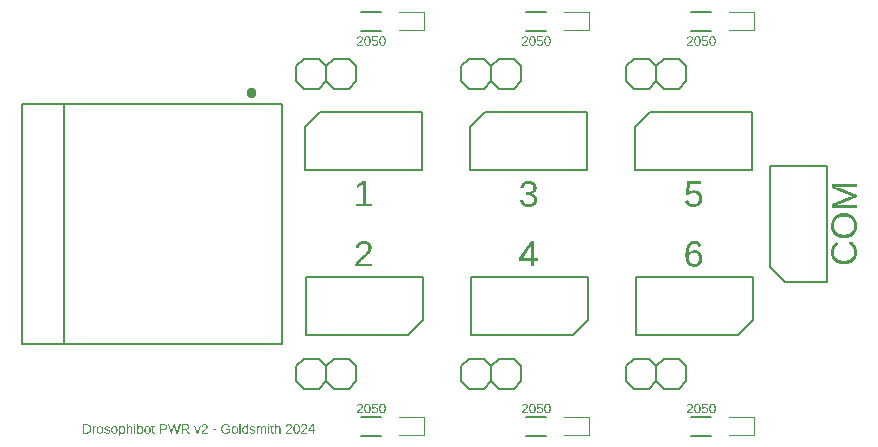
<source format=gbr>
G04 EAGLE Gerber RS-274X export*
G75*
%MOMM*%
%FSLAX34Y34*%
%LPD*%
%INSilkscreen Top*%
%IPPOS*%
%AMOC8*
5,1,8,0,0,1.08239X$1,22.5*%
G01*
G04 Define Apertures*
%ADD10C,0.127000*%
%ADD11C,0.400000*%
%ADD12C,0.152400*%
%ADD13C,0.120000*%
G36*
X654253Y178259D02*
X653625Y178270D01*
X653014Y178303D01*
X652421Y178357D01*
X651844Y178434D01*
X651286Y178532D01*
X650744Y178651D01*
X650220Y178793D01*
X649714Y178956D01*
X649224Y179142D01*
X648752Y179349D01*
X648298Y179577D01*
X647861Y179828D01*
X647441Y180100D01*
X647038Y180395D01*
X646653Y180710D01*
X646286Y181048D01*
X645938Y181405D01*
X645613Y181780D01*
X645310Y182171D01*
X645029Y182579D01*
X644771Y183005D01*
X644536Y183447D01*
X644322Y183907D01*
X644132Y184384D01*
X643964Y184878D01*
X643818Y185388D01*
X643694Y185916D01*
X643593Y186461D01*
X643515Y187023D01*
X643459Y187603D01*
X643425Y188199D01*
X643414Y188812D01*
X643434Y189609D01*
X643494Y190379D01*
X643595Y191122D01*
X643736Y191839D01*
X643917Y192528D01*
X644139Y193191D01*
X644401Y193827D01*
X644703Y194435D01*
X645043Y195013D01*
X645420Y195556D01*
X645834Y196064D01*
X646284Y196537D01*
X646770Y196974D01*
X647293Y197377D01*
X647853Y197744D01*
X648449Y198076D01*
X649077Y198371D01*
X649733Y198627D01*
X650417Y198843D01*
X651129Y199020D01*
X651868Y199158D01*
X652635Y199256D01*
X653430Y199315D01*
X654253Y199335D01*
X655073Y199315D01*
X655867Y199255D01*
X656635Y199156D01*
X657378Y199017D01*
X658094Y198837D01*
X658784Y198618D01*
X659449Y198360D01*
X660088Y198061D01*
X660695Y197725D01*
X661266Y197355D01*
X661801Y196950D01*
X662300Y196510D01*
X662762Y196036D01*
X663188Y195527D01*
X663578Y194983D01*
X663932Y194405D01*
X664246Y193796D01*
X664519Y193161D01*
X664749Y192498D01*
X664938Y191808D01*
X665085Y191092D01*
X665190Y190349D01*
X665253Y189579D01*
X665274Y188782D01*
X665253Y187978D01*
X665191Y187202D01*
X665087Y186455D01*
X664942Y185735D01*
X664755Y185043D01*
X664527Y184379D01*
X664258Y183744D01*
X663947Y183136D01*
X663597Y182560D01*
X663210Y182019D01*
X662785Y181513D01*
X662324Y181043D01*
X661826Y180607D01*
X661291Y180206D01*
X660719Y179841D01*
X660110Y179510D01*
X659470Y179217D01*
X658803Y178963D01*
X658110Y178748D01*
X657391Y178572D01*
X656646Y178435D01*
X655874Y178337D01*
X655077Y178279D01*
X654253Y178259D01*
G37*
%LPC*%
G36*
X654253Y181184D02*
X654746Y181192D01*
X655226Y181215D01*
X655693Y181255D01*
X656148Y181310D01*
X656589Y181380D01*
X657017Y181467D01*
X657433Y181569D01*
X657836Y181687D01*
X658225Y181821D01*
X658602Y181970D01*
X658966Y182135D01*
X659317Y182316D01*
X659655Y182513D01*
X659981Y182725D01*
X660293Y182953D01*
X660593Y183197D01*
X660876Y183454D01*
X661142Y183724D01*
X661389Y184006D01*
X661618Y184300D01*
X661829Y184607D01*
X662021Y184925D01*
X662195Y185256D01*
X662351Y185599D01*
X662488Y185954D01*
X662607Y186322D01*
X662708Y186701D01*
X662790Y187093D01*
X662854Y187497D01*
X662900Y187913D01*
X662928Y188342D01*
X662937Y188782D01*
X662928Y189235D01*
X662901Y189675D01*
X662857Y190101D01*
X662795Y190514D01*
X662715Y190914D01*
X662618Y191300D01*
X662503Y191673D01*
X662370Y192033D01*
X662219Y192379D01*
X662051Y192712D01*
X661864Y193031D01*
X661661Y193337D01*
X661439Y193630D01*
X661200Y193909D01*
X660943Y194175D01*
X660668Y194428D01*
X660377Y194666D01*
X660071Y194889D01*
X659751Y195096D01*
X659416Y195289D01*
X659067Y195465D01*
X658702Y195627D01*
X658323Y195773D01*
X657930Y195903D01*
X657522Y196019D01*
X657099Y196119D01*
X656661Y196203D01*
X656209Y196272D01*
X655742Y196326D01*
X655260Y196365D01*
X654764Y196388D01*
X654253Y196395D01*
X653764Y196388D01*
X653289Y196364D01*
X652826Y196326D01*
X652377Y196271D01*
X651942Y196202D01*
X651519Y196116D01*
X651110Y196016D01*
X650714Y195900D01*
X650332Y195768D01*
X649963Y195621D01*
X649607Y195458D01*
X649264Y195280D01*
X648935Y195087D01*
X648619Y194877D01*
X648316Y194653D01*
X648027Y194413D01*
X647753Y194159D01*
X647497Y193892D01*
X647258Y193612D01*
X647038Y193319D01*
X646834Y193014D01*
X646649Y192696D01*
X646481Y192365D01*
X646331Y192021D01*
X646198Y191665D01*
X646084Y191296D01*
X645986Y190914D01*
X645907Y190519D01*
X645845Y190112D01*
X645801Y189691D01*
X645774Y189258D01*
X645766Y188812D01*
X645774Y188363D01*
X645800Y187926D01*
X645844Y187502D01*
X645905Y187092D01*
X645984Y186694D01*
X646079Y186309D01*
X646193Y185937D01*
X646323Y185578D01*
X646472Y185233D01*
X646637Y184900D01*
X646820Y184580D01*
X647021Y184273D01*
X647239Y183978D01*
X647474Y183697D01*
X647727Y183429D01*
X647997Y183174D01*
X648283Y182933D01*
X648583Y182707D01*
X648897Y182498D01*
X649225Y182303D01*
X649567Y182124D01*
X649922Y181961D01*
X650292Y181814D01*
X650677Y181681D01*
X651075Y181565D01*
X651487Y181464D01*
X651913Y181378D01*
X652353Y181308D01*
X652807Y181254D01*
X653275Y181215D01*
X653757Y181192D01*
X654253Y181184D01*
G37*
%LPD*%
G36*
X664972Y203330D02*
X643730Y203330D01*
X643730Y207114D01*
X658459Y212767D01*
X659381Y213063D01*
X660366Y213347D01*
X661243Y213579D01*
X661836Y213717D01*
X661077Y213903D01*
X660005Y214222D01*
X659004Y214544D01*
X658459Y214742D01*
X643730Y220290D01*
X643730Y223983D01*
X664972Y223983D01*
X664972Y221390D01*
X650801Y221390D01*
X649636Y221399D01*
X648494Y221424D01*
X647375Y221467D01*
X646278Y221526D01*
X647554Y221166D01*
X648683Y220825D01*
X649665Y220503D01*
X650499Y220199D01*
X664972Y214712D01*
X664972Y212692D01*
X650499Y207129D01*
X647937Y206284D01*
X646278Y205787D01*
X647952Y205832D01*
X650801Y205892D01*
X664972Y205892D01*
X664972Y203330D01*
G37*
G36*
X654253Y156052D02*
X653627Y156063D01*
X653017Y156095D01*
X652425Y156149D01*
X651851Y156224D01*
X651293Y156320D01*
X650752Y156438D01*
X650229Y156577D01*
X649723Y156738D01*
X649234Y156920D01*
X648762Y157124D01*
X648308Y157349D01*
X647871Y157596D01*
X647450Y157864D01*
X647048Y158153D01*
X646662Y158464D01*
X646293Y158796D01*
X645945Y159147D01*
X645618Y159515D01*
X645315Y159899D01*
X645033Y160300D01*
X644775Y160717D01*
X644539Y161151D01*
X644325Y161601D01*
X644134Y162067D01*
X643965Y162551D01*
X643819Y163050D01*
X643695Y163566D01*
X643594Y164099D01*
X643515Y164648D01*
X643459Y165214D01*
X643425Y165796D01*
X643414Y166394D01*
X643435Y167225D01*
X643497Y168020D01*
X643600Y168781D01*
X643745Y169507D01*
X643932Y170198D01*
X644160Y170855D01*
X644430Y171476D01*
X644740Y172063D01*
X645092Y172613D01*
X645484Y173125D01*
X645916Y173600D01*
X646387Y174038D01*
X646899Y174437D01*
X647451Y174799D01*
X648043Y175123D01*
X648675Y175409D01*
X649580Y172681D01*
X649130Y172482D01*
X648707Y172255D01*
X648312Y172001D01*
X647944Y171718D01*
X647603Y171407D01*
X647290Y171068D01*
X647004Y170701D01*
X646746Y170306D01*
X646516Y169888D01*
X646317Y169450D01*
X646148Y168994D01*
X646011Y168518D01*
X645903Y168023D01*
X645827Y167509D01*
X645781Y166976D01*
X645766Y166424D01*
X645774Y165989D01*
X645801Y165567D01*
X645845Y165157D01*
X645907Y164758D01*
X645987Y164373D01*
X646085Y163999D01*
X646200Y163638D01*
X646333Y163289D01*
X646484Y162952D01*
X646652Y162627D01*
X646838Y162315D01*
X647042Y162015D01*
X647263Y161727D01*
X647503Y161451D01*
X647760Y161188D01*
X648035Y160937D01*
X648325Y160699D01*
X648628Y160477D01*
X648944Y160271D01*
X649274Y160079D01*
X649617Y159903D01*
X649973Y159742D01*
X650342Y159597D01*
X650724Y159467D01*
X651119Y159352D01*
X651527Y159253D01*
X651949Y159168D01*
X652383Y159099D01*
X652831Y159046D01*
X653292Y159008D01*
X653766Y158985D01*
X654253Y158977D01*
X654735Y158985D01*
X655205Y159009D01*
X655664Y159049D01*
X656110Y159105D01*
X656544Y159176D01*
X656966Y159264D01*
X657377Y159368D01*
X657775Y159488D01*
X658162Y159623D01*
X658536Y159775D01*
X658899Y159942D01*
X659249Y160126D01*
X659588Y160325D01*
X659915Y160541D01*
X660229Y160772D01*
X660532Y161020D01*
X660820Y161281D01*
X661089Y161553D01*
X661339Y161836D01*
X661571Y162131D01*
X661784Y162437D01*
X661979Y162754D01*
X662155Y163083D01*
X662313Y163422D01*
X662452Y163773D01*
X662573Y164136D01*
X662675Y164509D01*
X662758Y164894D01*
X662823Y165290D01*
X662870Y165697D01*
X662897Y166115D01*
X662907Y166545D01*
X662889Y167094D01*
X662838Y167626D01*
X662751Y168140D01*
X662631Y168638D01*
X662475Y169118D01*
X662285Y169580D01*
X662061Y170025D01*
X661802Y170453D01*
X661509Y170864D01*
X661181Y171257D01*
X660819Y171633D01*
X660422Y171992D01*
X659991Y172333D01*
X659525Y172657D01*
X659024Y172964D01*
X658489Y173254D01*
X659665Y175605D01*
X660331Y175261D01*
X660955Y174883D01*
X661539Y174472D01*
X662081Y174028D01*
X662583Y173551D01*
X663043Y173040D01*
X663463Y172496D01*
X663841Y171919D01*
X664177Y171314D01*
X664468Y170685D01*
X664714Y170032D01*
X664915Y169355D01*
X665072Y168654D01*
X665184Y167930D01*
X665251Y167181D01*
X665274Y166409D01*
X665253Y165620D01*
X665190Y164858D01*
X665086Y164123D01*
X664940Y163415D01*
X664752Y162734D01*
X664523Y162080D01*
X664252Y161453D01*
X663939Y160854D01*
X663588Y160285D01*
X663201Y159751D01*
X662778Y159253D01*
X662319Y158788D01*
X661824Y158359D01*
X661294Y157965D01*
X660727Y157606D01*
X660125Y157281D01*
X659491Y156993D01*
X658828Y156743D01*
X658137Y156532D01*
X657417Y156359D01*
X656669Y156225D01*
X655892Y156129D01*
X655087Y156071D01*
X654253Y156052D01*
G37*
G36*
X254736Y204978D02*
X241424Y204978D01*
X241424Y207285D01*
X246836Y207285D01*
X246836Y223627D01*
X242042Y220204D01*
X242042Y222767D01*
X247062Y226220D01*
X249565Y226220D01*
X249565Y207285D01*
X254736Y207285D01*
X254736Y204978D01*
G37*
G36*
X254690Y154178D02*
X240625Y154178D01*
X240625Y156093D01*
X241030Y156949D01*
X241478Y157753D01*
X241969Y158505D01*
X242502Y159206D01*
X243063Y159864D01*
X243638Y160491D01*
X244227Y161085D01*
X244831Y161648D01*
X246046Y162701D01*
X247250Y163676D01*
X247835Y164143D01*
X248391Y164610D01*
X248917Y165078D01*
X249414Y165545D01*
X249873Y166018D01*
X250286Y166502D01*
X250653Y166998D01*
X250974Y167505D01*
X251114Y167765D01*
X251235Y168034D01*
X251337Y168312D01*
X251421Y168598D01*
X251486Y168892D01*
X251532Y169195D01*
X251560Y169507D01*
X251570Y169827D01*
X251554Y170252D01*
X251506Y170652D01*
X251425Y171028D01*
X251313Y171379D01*
X251169Y171706D01*
X250993Y172009D01*
X250785Y172287D01*
X250544Y172540D01*
X250276Y172766D01*
X249982Y172962D01*
X249663Y173128D01*
X249320Y173264D01*
X248951Y173369D01*
X248557Y173445D01*
X248139Y173490D01*
X247695Y173505D01*
X247271Y173490D01*
X246866Y173446D01*
X246481Y173373D01*
X246114Y173269D01*
X245767Y173137D01*
X245438Y172975D01*
X245129Y172784D01*
X244838Y172563D01*
X244572Y172315D01*
X244335Y172044D01*
X244126Y171749D01*
X243947Y171430D01*
X243797Y171088D01*
X243675Y170721D01*
X243583Y170331D01*
X243519Y169917D01*
X240745Y170173D01*
X240845Y170794D01*
X240994Y171382D01*
X241191Y171938D01*
X241437Y172461D01*
X241732Y172952D01*
X242075Y173410D01*
X242468Y173836D01*
X242909Y174229D01*
X243391Y174582D01*
X243906Y174888D01*
X244454Y175147D01*
X245036Y175359D01*
X245651Y175524D01*
X246299Y175642D01*
X246981Y175713D01*
X247695Y175736D01*
X248091Y175730D01*
X248475Y175713D01*
X248847Y175683D01*
X249208Y175642D01*
X249557Y175588D01*
X249895Y175523D01*
X250221Y175446D01*
X250535Y175357D01*
X250838Y175257D01*
X251129Y175144D01*
X251409Y175020D01*
X251677Y174884D01*
X251933Y174736D01*
X252178Y174576D01*
X252411Y174405D01*
X252632Y174221D01*
X253037Y173822D01*
X253219Y173608D01*
X253388Y173384D01*
X253543Y173150D01*
X253684Y172906D01*
X253812Y172652D01*
X253927Y172388D01*
X254028Y172114D01*
X254116Y171830D01*
X254190Y171536D01*
X254251Y171232D01*
X254298Y170918D01*
X254332Y170594D01*
X254352Y170261D01*
X254359Y169917D01*
X254350Y169608D01*
X254323Y169300D01*
X254279Y168992D01*
X254217Y168685D01*
X254138Y168378D01*
X254041Y168071D01*
X253926Y167765D01*
X253793Y167460D01*
X253476Y166849D01*
X253090Y166239D01*
X252636Y165628D01*
X252112Y165017D01*
X251427Y164323D01*
X250488Y163461D01*
X249294Y162431D01*
X247846Y161233D01*
X247023Y160542D01*
X246289Y159886D01*
X245644Y159265D01*
X245087Y158678D01*
X244610Y158114D01*
X244205Y157561D01*
X243872Y157017D01*
X243610Y156485D01*
X254690Y156485D01*
X254690Y154178D01*
G37*
G36*
X387380Y204677D02*
X386594Y204699D01*
X385848Y204767D01*
X385144Y204881D01*
X384480Y205040D01*
X383857Y205245D01*
X383274Y205495D01*
X382733Y205790D01*
X382232Y206131D01*
X381776Y206517D01*
X381368Y206946D01*
X381010Y207418D01*
X380700Y207935D01*
X380563Y208209D01*
X380439Y208495D01*
X380326Y208791D01*
X380226Y209098D01*
X380138Y209416D01*
X380063Y209745D01*
X379999Y210085D01*
X379948Y210435D01*
X382752Y210692D01*
X382834Y210235D01*
X382943Y209808D01*
X383080Y209411D01*
X383245Y209043D01*
X383437Y208704D01*
X383657Y208395D01*
X383905Y208115D01*
X384180Y207865D01*
X384483Y207644D01*
X384814Y207453D01*
X385173Y207291D01*
X385559Y207158D01*
X385973Y207055D01*
X386414Y206982D01*
X386883Y206937D01*
X387380Y206923D01*
X387879Y206939D01*
X388350Y206986D01*
X388794Y207065D01*
X389210Y207175D01*
X389598Y207317D01*
X389959Y207491D01*
X390293Y207696D01*
X390599Y207933D01*
X390873Y208201D01*
X391110Y208499D01*
X391311Y208828D01*
X391475Y209188D01*
X391603Y209578D01*
X391694Y209999D01*
X391749Y210451D01*
X391767Y210933D01*
X391746Y211354D01*
X391684Y211752D01*
X391579Y212126D01*
X391434Y212476D01*
X391246Y212803D01*
X391017Y213105D01*
X390746Y213384D01*
X390433Y213639D01*
X390081Y213867D01*
X389692Y214064D01*
X389266Y214232D01*
X388803Y214368D01*
X388303Y214475D01*
X387766Y214551D01*
X387192Y214596D01*
X386581Y214611D01*
X385043Y214611D01*
X385043Y216963D01*
X386521Y216963D01*
X387063Y216978D01*
X387574Y217024D01*
X388053Y217100D01*
X388501Y217206D01*
X388918Y217343D01*
X389304Y217510D01*
X389658Y217708D01*
X389981Y217936D01*
X390269Y218190D01*
X390518Y218468D01*
X390729Y218770D01*
X390902Y219094D01*
X391037Y219443D01*
X391133Y219814D01*
X391190Y220209D01*
X391209Y220627D01*
X391194Y221041D01*
X391147Y221434D01*
X391068Y221804D01*
X390959Y222151D01*
X390818Y222476D01*
X390645Y222779D01*
X390442Y223060D01*
X390207Y223318D01*
X389941Y223549D01*
X389645Y223750D01*
X389318Y223919D01*
X388961Y224058D01*
X388574Y224166D01*
X388156Y224243D01*
X387708Y224290D01*
X387229Y224305D01*
X386792Y224291D01*
X386375Y224248D01*
X385980Y224176D01*
X385607Y224075D01*
X385255Y223946D01*
X384924Y223788D01*
X384615Y223601D01*
X384327Y223385D01*
X384065Y223144D01*
X383831Y222878D01*
X383627Y222590D01*
X383451Y222277D01*
X383304Y221941D01*
X383187Y221582D01*
X383098Y221199D01*
X383038Y220792D01*
X380310Y221003D01*
X380353Y221325D01*
X380409Y221638D01*
X380558Y222236D01*
X380755Y222798D01*
X381001Y223325D01*
X381296Y223816D01*
X381640Y224271D01*
X382032Y224690D01*
X382473Y225074D01*
X382955Y225417D01*
X383470Y225714D01*
X384019Y225965D01*
X384601Y226171D01*
X385215Y226331D01*
X385864Y226445D01*
X386545Y226513D01*
X387259Y226536D01*
X388036Y226513D01*
X388768Y226443D01*
X389456Y226327D01*
X390099Y226165D01*
X390698Y225956D01*
X391252Y225701D01*
X391762Y225399D01*
X392227Y225051D01*
X392642Y224662D01*
X393002Y224236D01*
X393161Y224009D01*
X393306Y223773D01*
X393438Y223528D01*
X393555Y223274D01*
X393659Y223011D01*
X393749Y222739D01*
X393825Y222457D01*
X393888Y222167D01*
X393936Y221867D01*
X393971Y221558D01*
X393991Y221240D01*
X393998Y220913D01*
X393981Y220416D01*
X393927Y219943D01*
X393838Y219494D01*
X393714Y219068D01*
X393554Y218666D01*
X393358Y218288D01*
X393127Y217934D01*
X392860Y217604D01*
X392559Y217298D01*
X392226Y217018D01*
X391861Y216764D01*
X391464Y216535D01*
X391034Y216332D01*
X390572Y216155D01*
X390078Y216004D01*
X389551Y215878D01*
X389551Y215817D01*
X390130Y215736D01*
X390676Y215621D01*
X391189Y215473D01*
X391669Y215290D01*
X392116Y215073D01*
X392530Y214822D01*
X392911Y214538D01*
X393260Y214219D01*
X393571Y213873D01*
X393840Y213505D01*
X394068Y213116D01*
X394255Y212704D01*
X394400Y212271D01*
X394503Y211817D01*
X394566Y211340D01*
X394586Y210842D01*
X394579Y210480D01*
X394557Y210128D01*
X394521Y209787D01*
X394469Y209455D01*
X394404Y209135D01*
X394323Y208824D01*
X394228Y208524D01*
X394119Y208234D01*
X393995Y207955D01*
X393856Y207686D01*
X393703Y207427D01*
X393535Y207179D01*
X393352Y206941D01*
X393155Y206714D01*
X392943Y206496D01*
X392717Y206290D01*
X392477Y206094D01*
X392225Y205912D01*
X391960Y205741D01*
X391682Y205584D01*
X391392Y205439D01*
X391090Y205307D01*
X390775Y205187D01*
X390448Y205080D01*
X390108Y204985D01*
X389756Y204903D01*
X389391Y204834D01*
X389014Y204777D01*
X388624Y204733D01*
X388222Y204702D01*
X387807Y204683D01*
X387380Y204677D01*
G37*
G36*
X392054Y154178D02*
X389491Y154178D01*
X389491Y158987D01*
X379480Y158987D01*
X379480Y161098D01*
X389204Y175420D01*
X392054Y175420D01*
X392054Y161128D01*
X395039Y161128D01*
X395039Y158987D01*
X392054Y158987D01*
X392054Y154178D01*
G37*
%LPC*%
G36*
X389491Y161128D02*
X389491Y172359D01*
X389069Y171560D01*
X388726Y170957D01*
X388481Y170565D01*
X383038Y162545D01*
X382224Y161429D01*
X381983Y161128D01*
X389491Y161128D01*
G37*
%LPD*%
G36*
X526809Y204677D02*
X526084Y204697D01*
X525395Y204758D01*
X524742Y204859D01*
X524125Y205001D01*
X523544Y205183D01*
X522998Y205406D01*
X522489Y205669D01*
X522015Y205973D01*
X521580Y206315D01*
X521186Y206694D01*
X520835Y207109D01*
X520526Y207560D01*
X520259Y208047D01*
X520033Y208571D01*
X519850Y209131D01*
X519708Y209727D01*
X522452Y210043D01*
X522570Y209662D01*
X522709Y209305D01*
X522869Y208973D01*
X523050Y208665D01*
X523252Y208382D01*
X523476Y208123D01*
X523720Y207890D01*
X523986Y207680D01*
X524272Y207496D01*
X524580Y207336D01*
X524909Y207200D01*
X525259Y207090D01*
X525630Y207003D01*
X526022Y206942D01*
X526435Y206905D01*
X526869Y206893D01*
X527401Y206913D01*
X527903Y206975D01*
X528375Y207078D01*
X528818Y207222D01*
X529230Y207408D01*
X529614Y207635D01*
X529967Y207903D01*
X530291Y208212D01*
X530581Y208557D01*
X530832Y208933D01*
X531045Y209340D01*
X531218Y209778D01*
X531354Y210246D01*
X531450Y210746D01*
X531508Y211276D01*
X531527Y211837D01*
X531508Y212327D01*
X531450Y212792D01*
X531353Y213233D01*
X531216Y213650D01*
X531042Y214043D01*
X530828Y214413D01*
X530575Y214758D01*
X530284Y215079D01*
X529959Y215368D01*
X529608Y215620D01*
X529229Y215832D01*
X528823Y216006D01*
X528390Y216141D01*
X527930Y216238D01*
X527443Y216296D01*
X526929Y216315D01*
X526388Y216293D01*
X525866Y216228D01*
X525363Y216120D01*
X524879Y215968D01*
X524404Y215765D01*
X523929Y215501D01*
X523454Y215177D01*
X522980Y214792D01*
X520326Y214792D01*
X521035Y226220D01*
X533110Y226220D01*
X533110Y223913D01*
X523507Y223913D01*
X523100Y217174D01*
X523555Y217492D01*
X524036Y217768D01*
X524544Y218001D01*
X525079Y218192D01*
X525641Y218340D01*
X526229Y218446D01*
X526845Y218510D01*
X527487Y218531D01*
X527874Y218524D01*
X528251Y218502D01*
X528618Y218466D01*
X528975Y218416D01*
X529323Y218351D01*
X529660Y218272D01*
X529987Y218179D01*
X530304Y218071D01*
X530612Y217949D01*
X530909Y217813D01*
X531197Y217662D01*
X531474Y217496D01*
X531742Y217317D01*
X531999Y217123D01*
X532247Y216915D01*
X532485Y216692D01*
X532710Y216458D01*
X532921Y216215D01*
X533117Y215963D01*
X533299Y215702D01*
X533467Y215433D01*
X533619Y215155D01*
X533757Y214869D01*
X533881Y214574D01*
X533990Y214270D01*
X534085Y213957D01*
X534165Y213636D01*
X534230Y213305D01*
X534281Y212967D01*
X534317Y212619D01*
X534339Y212263D01*
X534347Y211898D01*
X534339Y211483D01*
X534315Y211080D01*
X534276Y210687D01*
X534222Y210306D01*
X534151Y209936D01*
X534066Y209578D01*
X533964Y209230D01*
X533847Y208894D01*
X533715Y208569D01*
X533566Y208255D01*
X533402Y207952D01*
X533223Y207661D01*
X533028Y207380D01*
X532817Y207111D01*
X532591Y206853D01*
X532349Y206606D01*
X532093Y206373D01*
X531826Y206154D01*
X531546Y205950D01*
X531254Y205762D01*
X530950Y205589D01*
X530634Y205430D01*
X530305Y205287D01*
X529965Y205159D01*
X529613Y205046D01*
X529249Y204948D01*
X528872Y204865D01*
X528484Y204797D01*
X528083Y204744D01*
X527670Y204707D01*
X527246Y204684D01*
X526809Y204677D01*
G37*
G36*
X527427Y153877D02*
X526985Y153887D01*
X526556Y153918D01*
X526141Y153970D01*
X525738Y154043D01*
X525349Y154137D01*
X524973Y154252D01*
X524611Y154387D01*
X524261Y154544D01*
X523925Y154721D01*
X523601Y154919D01*
X523291Y155138D01*
X522995Y155377D01*
X522711Y155638D01*
X522441Y155919D01*
X522183Y156222D01*
X521939Y156545D01*
X521709Y156888D01*
X521494Y157250D01*
X521294Y157631D01*
X521108Y158031D01*
X520938Y158450D01*
X520782Y158888D01*
X520641Y159344D01*
X520515Y159820D01*
X520403Y160315D01*
X520307Y160828D01*
X520225Y161361D01*
X520158Y161913D01*
X520107Y162483D01*
X520069Y163073D01*
X520047Y163681D01*
X520040Y164309D01*
X520047Y164989D01*
X520071Y165648D01*
X520109Y166288D01*
X520163Y166908D01*
X520233Y167507D01*
X520317Y168087D01*
X520418Y168646D01*
X520533Y169186D01*
X520665Y169705D01*
X520811Y170205D01*
X520973Y170684D01*
X521151Y171144D01*
X521343Y171583D01*
X521552Y172003D01*
X521776Y172402D01*
X522015Y172781D01*
X522268Y173139D01*
X522535Y173474D01*
X522814Y173786D01*
X523107Y174074D01*
X523412Y174340D01*
X523731Y174582D01*
X524063Y174801D01*
X524408Y174998D01*
X524766Y175171D01*
X525137Y175321D01*
X525521Y175448D01*
X525918Y175552D01*
X526329Y175632D01*
X526752Y175690D01*
X527188Y175725D01*
X527638Y175736D01*
X528225Y175719D01*
X528785Y175669D01*
X529316Y175584D01*
X529820Y175466D01*
X530296Y175314D01*
X530744Y175128D01*
X531165Y174908D01*
X531558Y174655D01*
X531922Y174367D01*
X532260Y174046D01*
X532569Y173691D01*
X532850Y173302D01*
X533104Y172880D01*
X533330Y172424D01*
X533528Y171933D01*
X533698Y171410D01*
X531105Y170942D01*
X530998Y171256D01*
X530876Y171550D01*
X530739Y171823D01*
X530587Y172077D01*
X530420Y172310D01*
X530239Y172522D01*
X530043Y172715D01*
X529831Y172887D01*
X529605Y173039D01*
X529365Y173171D01*
X529109Y173282D01*
X528838Y173373D01*
X528553Y173444D01*
X528253Y173495D01*
X527938Y173525D01*
X527608Y173535D01*
X527322Y173527D01*
X527044Y173501D01*
X526774Y173459D01*
X526512Y173400D01*
X526259Y173324D01*
X526014Y173231D01*
X525777Y173121D01*
X525548Y172994D01*
X525327Y172851D01*
X525115Y172690D01*
X524911Y172513D01*
X524715Y172318D01*
X524527Y172107D01*
X524347Y171879D01*
X524012Y171372D01*
X523858Y171094D01*
X523714Y170801D01*
X523455Y170169D01*
X523236Y169477D01*
X523057Y168724D01*
X522917Y167911D01*
X522818Y167037D01*
X522758Y166103D01*
X522738Y165108D01*
X522932Y165441D01*
X523145Y165753D01*
X523377Y166045D01*
X523628Y166316D01*
X523897Y166567D01*
X524186Y166797D01*
X524493Y167007D01*
X524819Y167196D01*
X525160Y167364D01*
X525514Y167509D01*
X525880Y167632D01*
X526258Y167733D01*
X526649Y167811D01*
X527052Y167867D01*
X527467Y167901D01*
X527894Y167912D01*
X528257Y167905D01*
X528610Y167883D01*
X528954Y167847D01*
X529288Y167797D01*
X529613Y167732D01*
X529928Y167653D01*
X530234Y167560D01*
X530531Y167452D01*
X530817Y167330D01*
X531095Y167193D01*
X531363Y167043D01*
X531621Y166877D01*
X531870Y166698D01*
X532110Y166504D01*
X532340Y166295D01*
X532560Y166073D01*
X532769Y165838D01*
X532965Y165593D01*
X533147Y165338D01*
X533315Y165074D01*
X533470Y164800D01*
X533612Y164515D01*
X533740Y164221D01*
X533855Y163917D01*
X533956Y163603D01*
X534044Y163279D01*
X534118Y162945D01*
X534178Y162602D01*
X534226Y162248D01*
X534259Y161885D01*
X534280Y161511D01*
X534286Y161128D01*
X534279Y160713D01*
X534258Y160310D01*
X534222Y159917D01*
X534172Y159536D01*
X534108Y159165D01*
X534030Y158806D01*
X533937Y158457D01*
X533830Y158120D01*
X533709Y157794D01*
X533574Y157479D01*
X533424Y157175D01*
X533260Y156882D01*
X533082Y156600D01*
X532890Y156330D01*
X532683Y156070D01*
X532462Y155821D01*
X532229Y155586D01*
X531984Y155365D01*
X531729Y155160D01*
X531463Y154970D01*
X531187Y154796D01*
X530899Y154636D01*
X530600Y154492D01*
X530291Y154363D01*
X529971Y154249D01*
X529640Y154150D01*
X529298Y154066D01*
X528946Y153998D01*
X528582Y153945D01*
X528208Y153907D01*
X527823Y153884D01*
X527427Y153877D01*
G37*
%LPC*%
G36*
X527336Y156062D02*
X527813Y156083D01*
X528264Y156145D01*
X528688Y156248D01*
X529085Y156392D01*
X529456Y156578D01*
X529801Y156804D01*
X530120Y157072D01*
X530412Y157382D01*
X530673Y157727D01*
X530900Y158103D01*
X531092Y158510D01*
X531249Y158948D01*
X531371Y159416D01*
X531458Y159916D01*
X531510Y160446D01*
X531527Y161007D01*
X531510Y161567D01*
X531457Y162095D01*
X531368Y162589D01*
X531245Y163050D01*
X531086Y163478D01*
X530891Y163874D01*
X530662Y164236D01*
X530397Y164565D01*
X530100Y164858D01*
X529776Y165113D01*
X529424Y165328D01*
X529044Y165504D01*
X528636Y165640D01*
X528200Y165738D01*
X527737Y165797D01*
X527246Y165816D01*
X526782Y165799D01*
X526342Y165747D01*
X525924Y165661D01*
X525529Y165539D01*
X525157Y165384D01*
X524808Y165193D01*
X524482Y164968D01*
X524178Y164708D01*
X523904Y164418D01*
X523667Y164102D01*
X523466Y163760D01*
X523302Y163391D01*
X523174Y162996D01*
X523083Y162576D01*
X523028Y162129D01*
X523010Y161656D01*
X523029Y161055D01*
X523086Y160482D01*
X523180Y159938D01*
X523313Y159421D01*
X523484Y158931D01*
X523692Y158470D01*
X523939Y158036D01*
X524223Y157630D01*
X524537Y157263D01*
X524873Y156944D01*
X525230Y156675D01*
X525608Y156454D01*
X526008Y156283D01*
X526429Y156160D01*
X526872Y156087D01*
X527102Y156069D01*
X527336Y156062D01*
G37*
%LPD*%
G36*
X13029Y12700D02*
X10078Y12700D01*
X10078Y20590D01*
X12688Y20590D01*
X13175Y20575D01*
X13633Y20528D01*
X14063Y20449D01*
X14464Y20339D01*
X14836Y20198D01*
X15180Y20025D01*
X15495Y19821D01*
X15782Y19585D01*
X16037Y19321D01*
X16258Y19030D01*
X16446Y18712D01*
X16599Y18368D01*
X16718Y17997D01*
X16803Y17600D01*
X16854Y17177D01*
X16871Y16726D01*
X16864Y16426D01*
X16841Y16135D01*
X16804Y15854D01*
X16752Y15582D01*
X16685Y15320D01*
X16603Y15067D01*
X16507Y14824D01*
X16395Y14590D01*
X16270Y14368D01*
X16132Y14159D01*
X15982Y13964D01*
X15820Y13781D01*
X15645Y13613D01*
X15457Y13458D01*
X15258Y13316D01*
X15045Y13187D01*
X14823Y13073D01*
X14592Y12974D01*
X14352Y12890D01*
X14105Y12822D01*
X13848Y12769D01*
X13584Y12730D01*
X13311Y12708D01*
X13029Y12700D01*
G37*
%LPC*%
G36*
X12906Y13557D02*
X13327Y13581D01*
X13722Y13652D01*
X14090Y13771D01*
X14432Y13938D01*
X14742Y14149D01*
X15014Y14402D01*
X15248Y14698D01*
X15443Y15035D01*
X15597Y15410D01*
X15708Y15816D01*
X15774Y16255D01*
X15796Y16726D01*
X15783Y17082D01*
X15746Y17416D01*
X15683Y17729D01*
X15595Y18019D01*
X15482Y18288D01*
X15344Y18535D01*
X15181Y18760D01*
X14992Y18964D01*
X14780Y19144D01*
X14546Y19300D01*
X14288Y19433D01*
X14009Y19541D01*
X13707Y19625D01*
X13382Y19685D01*
X13035Y19722D01*
X12665Y19734D01*
X11148Y19734D01*
X11148Y13557D01*
X12906Y13557D01*
G37*
%LPD*%
G36*
X190813Y12588D02*
X190483Y12604D01*
X190175Y12653D01*
X189887Y12734D01*
X189621Y12847D01*
X189376Y12993D01*
X189153Y13171D01*
X188950Y13381D01*
X188769Y13624D01*
X188609Y13898D01*
X188470Y14201D01*
X188352Y14535D01*
X188256Y14898D01*
X188182Y15291D01*
X188128Y15713D01*
X188096Y16166D01*
X188085Y16648D01*
X188096Y17140D01*
X188127Y17601D01*
X188179Y18029D01*
X188251Y18426D01*
X188345Y18791D01*
X188459Y19124D01*
X188594Y19425D01*
X188749Y19694D01*
X188927Y19932D01*
X189129Y20138D01*
X189355Y20312D01*
X189605Y20455D01*
X189879Y20565D01*
X190178Y20645D01*
X190500Y20692D01*
X190846Y20708D01*
X191183Y20692D01*
X191498Y20644D01*
X191789Y20564D01*
X192058Y20452D01*
X192304Y20308D01*
X192527Y20132D01*
X192727Y19923D01*
X192904Y19683D01*
X193060Y19412D01*
X193195Y19109D01*
X193309Y18776D01*
X193402Y18412D01*
X193475Y18017D01*
X193526Y17592D01*
X193558Y17135D01*
X193568Y16648D01*
X193557Y16168D01*
X193524Y15718D01*
X193470Y15297D01*
X193394Y14905D01*
X193296Y14542D01*
X193176Y14209D01*
X193034Y13905D01*
X192871Y13630D01*
X192686Y13385D01*
X192481Y13174D01*
X192254Y12995D01*
X192008Y12848D01*
X191740Y12734D01*
X191452Y12653D01*
X191143Y12604D01*
X190813Y12588D01*
G37*
%LPC*%
G36*
X190824Y13411D02*
X191039Y13424D01*
X191239Y13461D01*
X191425Y13523D01*
X191595Y13610D01*
X191751Y13722D01*
X191892Y13858D01*
X192018Y14020D01*
X192129Y14206D01*
X192226Y14418D01*
X192310Y14657D01*
X192381Y14922D01*
X192439Y15214D01*
X192485Y15533D01*
X192517Y15878D01*
X192537Y16250D01*
X192543Y16648D01*
X192537Y17060D01*
X192518Y17443D01*
X192488Y17797D01*
X192444Y18121D01*
X192389Y18415D01*
X192321Y18681D01*
X192241Y18917D01*
X192148Y19123D01*
X192042Y19303D01*
X191919Y19459D01*
X191780Y19591D01*
X191625Y19699D01*
X191455Y19782D01*
X191268Y19842D01*
X191065Y19878D01*
X190846Y19890D01*
X190622Y19879D01*
X190414Y19843D01*
X190223Y19784D01*
X190048Y19701D01*
X189889Y19595D01*
X189746Y19465D01*
X189620Y19312D01*
X189511Y19134D01*
X189416Y18930D01*
X189333Y18695D01*
X189263Y18430D01*
X189206Y18135D01*
X189162Y17809D01*
X189130Y17452D01*
X189111Y17065D01*
X189105Y16648D01*
X189111Y16242D01*
X189130Y15864D01*
X189163Y15515D01*
X189208Y15193D01*
X189265Y14900D01*
X189336Y14635D01*
X189420Y14398D01*
X189516Y14190D01*
X189627Y14007D01*
X189752Y13849D01*
X189893Y13715D01*
X190049Y13606D01*
X190220Y13521D01*
X190406Y13460D01*
X190607Y13423D01*
X190824Y13411D01*
G37*
%LPD*%
G36*
X94648Y12700D02*
X93578Y12700D01*
X93578Y20590D01*
X97291Y20590D01*
X97615Y20581D01*
X97920Y20553D01*
X98205Y20506D01*
X98472Y20441D01*
X98720Y20357D01*
X98948Y20255D01*
X99158Y20134D01*
X99349Y19994D01*
X99519Y19838D01*
X99666Y19667D01*
X99791Y19481D01*
X99893Y19281D01*
X99972Y19066D01*
X100029Y18836D01*
X100063Y18592D01*
X100074Y18334D01*
X100066Y18118D01*
X100042Y17911D01*
X100002Y17714D01*
X99946Y17524D01*
X99874Y17344D01*
X99786Y17172D01*
X99682Y17009D01*
X99562Y16855D01*
X99428Y16712D01*
X99281Y16583D01*
X99123Y16468D01*
X99052Y16426D01*
X98952Y16367D01*
X98769Y16279D01*
X98574Y16205D01*
X98367Y16145D01*
X98148Y16099D01*
X99101Y14652D01*
X100388Y12700D01*
X99156Y12700D01*
X97106Y15976D01*
X94648Y15976D01*
X94648Y12700D01*
G37*
%LPC*%
G36*
X97229Y16822D02*
X97435Y16828D01*
X97628Y16846D01*
X97810Y16877D01*
X97979Y16920D01*
X98137Y16976D01*
X98282Y17044D01*
X98416Y17124D01*
X98537Y17216D01*
X98645Y17320D01*
X98739Y17434D01*
X98819Y17557D01*
X98884Y17690D01*
X98934Y17833D01*
X98970Y17987D01*
X98992Y18150D01*
X98999Y18322D01*
X98992Y18489D01*
X98970Y18646D01*
X98933Y18793D01*
X98882Y18929D01*
X98816Y19055D01*
X98736Y19171D01*
X98641Y19277D01*
X98531Y19372D01*
X98408Y19457D01*
X98272Y19530D01*
X97961Y19643D01*
X97599Y19711D01*
X97185Y19734D01*
X94648Y19734D01*
X94648Y16822D01*
X97229Y16822D01*
G37*
%LPD*%
G36*
X41512Y10320D02*
X40504Y10320D01*
X40504Y17522D01*
X40496Y18299D01*
X40470Y18759D01*
X41445Y18759D01*
X41462Y18600D01*
X41487Y18177D01*
X41501Y17785D01*
X41523Y17785D01*
X41668Y18046D01*
X41835Y18270D01*
X42024Y18456D01*
X42234Y18605D01*
X42473Y18719D01*
X42747Y18800D01*
X43056Y18849D01*
X43399Y18866D01*
X43670Y18854D01*
X43924Y18819D01*
X44160Y18760D01*
X44378Y18678D01*
X44578Y18572D01*
X44761Y18443D01*
X44926Y18291D01*
X45074Y18115D01*
X45204Y17914D01*
X45316Y17686D01*
X45411Y17432D01*
X45489Y17151D01*
X45550Y16842D01*
X45593Y16508D01*
X45619Y16146D01*
X45628Y15758D01*
X45619Y15374D01*
X45593Y15015D01*
X45550Y14680D01*
X45489Y14371D01*
X45410Y14086D01*
X45315Y13826D01*
X45201Y13591D01*
X45071Y13380D01*
X44923Y13195D01*
X44757Y13034D01*
X44575Y12898D01*
X44374Y12786D01*
X44157Y12699D01*
X43922Y12638D01*
X43669Y12600D01*
X43399Y12588D01*
X43064Y12604D01*
X42757Y12654D01*
X42478Y12736D01*
X42229Y12851D01*
X42008Y12999D01*
X41816Y13180D01*
X41652Y13394D01*
X41518Y13641D01*
X41490Y13641D01*
X41506Y13380D01*
X41512Y12689D01*
X41512Y10320D01*
G37*
%LPC*%
G36*
X43130Y13333D02*
X43312Y13341D01*
X43480Y13367D01*
X43636Y13410D01*
X43779Y13471D01*
X43910Y13548D01*
X44028Y13643D01*
X44133Y13755D01*
X44225Y13884D01*
X44306Y14034D01*
X44376Y14207D01*
X44435Y14403D01*
X44484Y14623D01*
X44521Y14866D01*
X44548Y15132D01*
X44570Y15735D01*
X44548Y16323D01*
X44522Y16583D01*
X44484Y16820D01*
X44436Y17035D01*
X44377Y17227D01*
X44308Y17397D01*
X44228Y17544D01*
X44136Y17671D01*
X44032Y17782D01*
X43915Y17875D01*
X43786Y17951D01*
X43644Y18011D01*
X43489Y18053D01*
X43322Y18079D01*
X43142Y18087D01*
X42858Y18071D01*
X42608Y18024D01*
X42389Y17945D01*
X42204Y17835D01*
X42044Y17692D01*
X41905Y17512D01*
X41787Y17298D01*
X41688Y17048D01*
X41611Y16761D01*
X41556Y16433D01*
X41523Y16065D01*
X41512Y15657D01*
X41518Y15368D01*
X41536Y15100D01*
X41566Y14850D01*
X41607Y14621D01*
X41661Y14411D01*
X41726Y14220D01*
X41804Y14050D01*
X41893Y13898D01*
X41995Y13766D01*
X42113Y13651D01*
X42245Y13554D01*
X42393Y13474D01*
X42555Y13412D01*
X42732Y13368D01*
X42924Y13342D01*
X43130Y13333D01*
G37*
%LPD*%
G36*
X58712Y12588D02*
X58382Y12604D01*
X58081Y12650D01*
X57809Y12728D01*
X57567Y12837D01*
X57349Y12981D01*
X57153Y13163D01*
X56978Y13383D01*
X56825Y13641D01*
X56813Y13641D01*
X56791Y13112D01*
X56757Y12700D01*
X55783Y12700D01*
X55808Y13163D01*
X55817Y13949D01*
X55817Y21010D01*
X56825Y21010D01*
X56825Y18642D01*
X56802Y17785D01*
X56825Y17785D01*
X56976Y18055D01*
X57150Y18285D01*
X57347Y18473D01*
X57567Y18619D01*
X57811Y18729D01*
X58084Y18808D01*
X58384Y18855D01*
X58712Y18871D01*
X58989Y18859D01*
X59248Y18823D01*
X59487Y18762D01*
X59708Y18678D01*
X59909Y18569D01*
X60092Y18436D01*
X60256Y18280D01*
X60400Y18098D01*
X60527Y17893D01*
X60637Y17662D01*
X60729Y17407D01*
X60805Y17127D01*
X60865Y16822D01*
X60907Y16492D01*
X60932Y16137D01*
X60941Y15758D01*
X60932Y15374D01*
X60906Y15015D01*
X60862Y14680D01*
X60801Y14371D01*
X60723Y14086D01*
X60627Y13826D01*
X60514Y13591D01*
X60383Y13380D01*
X60235Y13195D01*
X60070Y13034D01*
X59887Y12898D01*
X59687Y12786D01*
X59469Y12699D01*
X59234Y12638D01*
X58982Y12600D01*
X58712Y12588D01*
G37*
%LPC*%
G36*
X58443Y13333D02*
X58627Y13342D01*
X58797Y13368D01*
X58955Y13412D01*
X59099Y13473D01*
X59230Y13553D01*
X59348Y13649D01*
X59452Y13764D01*
X59543Y13896D01*
X59623Y14047D01*
X59692Y14221D01*
X59750Y14417D01*
X59797Y14634D01*
X59834Y14874D01*
X59861Y15135D01*
X59882Y15724D01*
X59861Y16314D01*
X59835Y16576D01*
X59798Y16815D01*
X59751Y17031D01*
X59693Y17224D01*
X59625Y17395D01*
X59546Y17544D01*
X59456Y17673D01*
X59352Y17784D01*
X59235Y17878D01*
X59105Y17956D01*
X58962Y18016D01*
X58806Y18058D01*
X58637Y18084D01*
X58454Y18093D01*
X58249Y18084D01*
X58057Y18056D01*
X57881Y18011D01*
X57718Y17947D01*
X57571Y17865D01*
X57437Y17765D01*
X57318Y17647D01*
X57214Y17510D01*
X57123Y17354D01*
X57043Y17176D01*
X56977Y16978D01*
X56922Y16757D01*
X56879Y16516D01*
X56849Y16252D01*
X56831Y15968D01*
X56825Y15662D01*
X56830Y15374D01*
X56848Y15105D01*
X56878Y14856D01*
X56920Y14626D01*
X56973Y14415D01*
X57039Y14224D01*
X57116Y14053D01*
X57205Y13901D01*
X57308Y13768D01*
X57425Y13653D01*
X57558Y13555D01*
X57705Y13475D01*
X57867Y13413D01*
X58044Y13368D01*
X58236Y13342D01*
X58443Y13333D01*
G37*
%LPD*%
G36*
X146973Y12588D02*
X146695Y12600D01*
X146437Y12636D01*
X146197Y12697D01*
X145977Y12781D01*
X145775Y12890D01*
X145593Y13023D01*
X145429Y13180D01*
X145284Y13361D01*
X145158Y13566D01*
X145048Y13797D01*
X144955Y14052D01*
X144879Y14332D01*
X144820Y14637D01*
X144778Y14967D01*
X144753Y15322D01*
X144744Y15702D01*
X144753Y16085D01*
X144779Y16444D01*
X144822Y16779D01*
X144883Y17088D01*
X144962Y17373D01*
X145058Y17633D01*
X145171Y17868D01*
X145301Y18079D01*
X145449Y18264D01*
X145615Y18425D01*
X145798Y18562D01*
X145998Y18673D01*
X146215Y18760D01*
X146451Y18822D01*
X146703Y18859D01*
X146973Y18871D01*
X147303Y18855D01*
X147604Y18808D01*
X147877Y18729D01*
X148121Y18619D01*
X148339Y18475D01*
X148535Y18293D01*
X148709Y18074D01*
X148860Y17818D01*
X148871Y17818D01*
X148860Y18496D01*
X148860Y21010D01*
X149868Y21010D01*
X149868Y13949D01*
X149876Y13163D01*
X149902Y12700D01*
X148938Y12700D01*
X148902Y13114D01*
X148882Y13674D01*
X148860Y13674D01*
X148709Y13404D01*
X148535Y13175D01*
X148338Y12987D01*
X148118Y12840D01*
X147873Y12730D01*
X147601Y12651D01*
X147301Y12604D01*
X146973Y12588D01*
G37*
%LPC*%
G36*
X147230Y13366D02*
X147437Y13376D01*
X147629Y13403D01*
X147807Y13450D01*
X147970Y13515D01*
X148118Y13598D01*
X148251Y13700D01*
X148370Y13821D01*
X148461Y13943D01*
X148474Y13960D01*
X148564Y14119D01*
X148643Y14298D01*
X148709Y14497D01*
X148763Y14717D01*
X148806Y14958D01*
X148836Y15219D01*
X148854Y15500D01*
X148860Y15802D01*
X148854Y16093D01*
X148836Y16364D01*
X148806Y16615D01*
X148763Y16845D01*
X148709Y17056D01*
X148643Y17246D01*
X148564Y17416D01*
X148474Y17566D01*
X148370Y17698D01*
X148252Y17811D01*
X148119Y17908D01*
X147972Y17986D01*
X147811Y18048D01*
X147636Y18091D01*
X147446Y18118D01*
X147242Y18126D01*
X147058Y18118D01*
X146887Y18091D01*
X146730Y18047D01*
X146586Y17986D01*
X146455Y17907D01*
X146337Y17810D01*
X146233Y17695D01*
X146141Y17564D01*
X146062Y17412D01*
X145993Y17238D01*
X145935Y17043D01*
X145887Y16825D01*
X145850Y16586D01*
X145824Y16324D01*
X145802Y15735D01*
X145823Y15145D01*
X145850Y14883D01*
X145886Y14645D01*
X145934Y14428D01*
X145991Y14235D01*
X146060Y14064D01*
X146138Y13915D01*
X146229Y13787D01*
X146333Y13675D01*
X146450Y13581D01*
X146579Y13504D01*
X146723Y13444D01*
X146879Y13401D01*
X147048Y13375D01*
X147230Y13366D01*
G37*
%LPD*%
G36*
X76179Y12700D02*
X75110Y12700D01*
X75110Y20590D01*
X78430Y20590D01*
X78753Y20581D01*
X79056Y20552D01*
X79341Y20503D01*
X79608Y20435D01*
X79855Y20348D01*
X80084Y20241D01*
X80294Y20114D01*
X80486Y19969D01*
X80656Y19805D01*
X80804Y19626D01*
X80929Y19431D01*
X81032Y19220D01*
X81111Y18993D01*
X81168Y18750D01*
X81202Y18491D01*
X81214Y18216D01*
X81202Y17943D01*
X81168Y17685D01*
X81111Y17441D01*
X81031Y17211D01*
X80928Y16995D01*
X80802Y16794D01*
X80654Y16608D01*
X80483Y16435D01*
X80292Y16280D01*
X80085Y16146D01*
X79861Y16033D01*
X79621Y15940D01*
X79365Y15867D01*
X79092Y15816D01*
X78803Y15785D01*
X78498Y15774D01*
X76179Y15774D01*
X76179Y12700D01*
G37*
%LPC*%
G36*
X78346Y16620D02*
X78563Y16626D01*
X78766Y16645D01*
X78955Y16676D01*
X79130Y16719D01*
X79291Y16775D01*
X79438Y16843D01*
X79571Y16923D01*
X79690Y17016D01*
X79795Y17121D01*
X79886Y17239D01*
X79963Y17369D01*
X80026Y17511D01*
X80075Y17666D01*
X80110Y17833D01*
X80131Y18013D01*
X80138Y18205D01*
X80131Y18390D01*
X80110Y18563D01*
X80074Y18724D01*
X80024Y18874D01*
X79959Y19011D01*
X79880Y19136D01*
X79787Y19250D01*
X79679Y19351D01*
X79557Y19441D01*
X79421Y19519D01*
X79270Y19584D01*
X79105Y19638D01*
X78926Y19680D01*
X78732Y19710D01*
X78524Y19728D01*
X78302Y19734D01*
X76179Y19734D01*
X76179Y16620D01*
X78346Y16620D01*
G37*
%LPD*%
G36*
X85476Y12700D02*
X84199Y12700D01*
X81875Y20590D01*
X82990Y20590D01*
X84407Y15578D01*
X84649Y14624D01*
X84871Y13641D01*
X85182Y14985D01*
X85659Y16750D01*
X86736Y20590D01*
X87761Y20590D01*
X89133Y15679D01*
X89413Y14568D01*
X89626Y13641D01*
X89676Y13837D01*
X89923Y14887D01*
X90364Y16516D01*
X91496Y20590D01*
X92611Y20590D01*
X90287Y12700D01*
X89010Y12700D01*
X87643Y17712D01*
X87478Y18369D01*
X87251Y19398D01*
X87005Y18311D01*
X86572Y16690D01*
X85476Y12700D01*
G37*
G36*
X24395Y12588D02*
X24074Y12601D01*
X23772Y12639D01*
X23491Y12702D01*
X23230Y12790D01*
X22990Y12904D01*
X22770Y13043D01*
X22570Y13208D01*
X22390Y13397D01*
X22232Y13611D01*
X22094Y13847D01*
X21978Y14105D01*
X21882Y14386D01*
X21808Y14690D01*
X21755Y15016D01*
X21723Y15364D01*
X21713Y15735D01*
X21723Y16115D01*
X21755Y16470D01*
X21808Y16801D01*
X21883Y17107D01*
X21978Y17389D01*
X22095Y17646D01*
X22233Y17879D01*
X22392Y18087D01*
X22572Y18271D01*
X22774Y18430D01*
X22997Y18565D01*
X23241Y18675D01*
X23506Y18761D01*
X23792Y18822D01*
X24100Y18859D01*
X24429Y18871D01*
X24765Y18859D01*
X25077Y18823D01*
X25367Y18764D01*
X25634Y18680D01*
X25878Y18573D01*
X26099Y18441D01*
X26298Y18286D01*
X26473Y18107D01*
X26626Y17903D01*
X26759Y17672D01*
X26872Y17415D01*
X26964Y17132D01*
X27036Y16822D01*
X27087Y16486D01*
X27118Y16124D01*
X27128Y15735D01*
X27117Y15350D01*
X27084Y14991D01*
X27030Y14657D01*
X26953Y14348D01*
X26855Y14064D01*
X26734Y13806D01*
X26592Y13574D01*
X26428Y13366D01*
X26243Y13184D01*
X26038Y13026D01*
X25814Y12892D01*
X25570Y12783D01*
X25306Y12697D01*
X25022Y12637D01*
X24719Y12600D01*
X24395Y12588D01*
G37*
%LPC*%
G36*
X24384Y13333D02*
X24603Y13342D01*
X24805Y13369D01*
X24992Y13415D01*
X25162Y13478D01*
X25316Y13560D01*
X25453Y13660D01*
X25575Y13779D01*
X25680Y13915D01*
X25772Y14071D01*
X25851Y14247D01*
X25918Y14444D01*
X25972Y14661D01*
X26015Y14899D01*
X26045Y15157D01*
X26064Y15436D01*
X26070Y15735D01*
X26064Y16038D01*
X26046Y16320D01*
X26017Y16580D01*
X25977Y16818D01*
X25924Y17035D01*
X25860Y17231D01*
X25785Y17405D01*
X25697Y17558D01*
X25596Y17691D01*
X25479Y17807D01*
X25347Y17904D01*
X25198Y17984D01*
X25034Y18046D01*
X24854Y18091D01*
X24658Y18117D01*
X24446Y18126D01*
X24232Y18117D01*
X24034Y18090D01*
X23851Y18045D01*
X23683Y17981D01*
X23531Y17900D01*
X23394Y17800D01*
X23272Y17683D01*
X23166Y17547D01*
X23074Y17392D01*
X22993Y17216D01*
X22925Y17020D01*
X22870Y16804D01*
X22827Y16567D01*
X22796Y16310D01*
X22777Y16033D01*
X22771Y15735D01*
X22777Y15445D01*
X22796Y15173D01*
X22826Y14920D01*
X22869Y14686D01*
X22923Y14470D01*
X22990Y14273D01*
X23069Y14095D01*
X23160Y13935D01*
X23265Y13794D01*
X23383Y13671D01*
X23515Y13568D01*
X23661Y13483D01*
X23821Y13417D01*
X23995Y13370D01*
X24182Y13342D01*
X24384Y13333D01*
G37*
%LPD*%
G36*
X36520Y12588D02*
X36199Y12601D01*
X35897Y12639D01*
X35616Y12702D01*
X35355Y12790D01*
X35115Y12904D01*
X34895Y13043D01*
X34695Y13208D01*
X34515Y13397D01*
X34357Y13611D01*
X34219Y13847D01*
X34103Y14105D01*
X34007Y14386D01*
X33933Y14690D01*
X33880Y15016D01*
X33848Y15364D01*
X33838Y15735D01*
X33848Y16115D01*
X33880Y16470D01*
X33933Y16801D01*
X34008Y17107D01*
X34103Y17389D01*
X34220Y17646D01*
X34358Y17879D01*
X34517Y18087D01*
X34697Y18271D01*
X34899Y18430D01*
X35122Y18565D01*
X35366Y18675D01*
X35631Y18761D01*
X35917Y18822D01*
X36225Y18859D01*
X36554Y18871D01*
X36890Y18859D01*
X37202Y18823D01*
X37492Y18764D01*
X37759Y18680D01*
X38003Y18573D01*
X38224Y18441D01*
X38423Y18286D01*
X38598Y18107D01*
X38751Y17903D01*
X38884Y17672D01*
X38997Y17415D01*
X39089Y17132D01*
X39161Y16822D01*
X39212Y16486D01*
X39243Y16124D01*
X39253Y15735D01*
X39242Y15350D01*
X39209Y14991D01*
X39155Y14657D01*
X39078Y14348D01*
X38980Y14064D01*
X38859Y13806D01*
X38717Y13574D01*
X38553Y13366D01*
X38368Y13184D01*
X38163Y13026D01*
X37939Y12892D01*
X37695Y12783D01*
X37431Y12697D01*
X37147Y12637D01*
X36844Y12600D01*
X36520Y12588D01*
G37*
%LPC*%
G36*
X36509Y13333D02*
X36728Y13342D01*
X36930Y13369D01*
X37117Y13415D01*
X37287Y13478D01*
X37441Y13560D01*
X37578Y13660D01*
X37700Y13779D01*
X37805Y13915D01*
X37897Y14071D01*
X37976Y14247D01*
X38043Y14444D01*
X38097Y14661D01*
X38140Y14899D01*
X38170Y15157D01*
X38189Y15436D01*
X38195Y15735D01*
X38189Y16038D01*
X38171Y16320D01*
X38142Y16580D01*
X38102Y16818D01*
X38049Y17035D01*
X37985Y17231D01*
X37910Y17405D01*
X37822Y17558D01*
X37721Y17691D01*
X37604Y17807D01*
X37472Y17904D01*
X37323Y17984D01*
X37159Y18046D01*
X36979Y18091D01*
X36783Y18117D01*
X36571Y18126D01*
X36357Y18117D01*
X36159Y18090D01*
X35976Y18045D01*
X35808Y17981D01*
X35656Y17900D01*
X35519Y17800D01*
X35397Y17683D01*
X35291Y17547D01*
X35199Y17392D01*
X35118Y17216D01*
X35050Y17020D01*
X34995Y16804D01*
X34952Y16567D01*
X34921Y16310D01*
X34902Y16033D01*
X34896Y15735D01*
X34902Y15445D01*
X34921Y15173D01*
X34951Y14920D01*
X34994Y14686D01*
X35048Y14470D01*
X35115Y14273D01*
X35194Y14095D01*
X35285Y13935D01*
X35390Y13794D01*
X35508Y13671D01*
X35640Y13568D01*
X35786Y13483D01*
X35946Y13417D01*
X36120Y13370D01*
X36307Y13342D01*
X36509Y13333D01*
G37*
%LPD*%
G36*
X64583Y12588D02*
X64261Y12601D01*
X63960Y12639D01*
X63679Y12702D01*
X63418Y12790D01*
X63177Y12904D01*
X62957Y13043D01*
X62757Y13208D01*
X62578Y13397D01*
X62419Y13611D01*
X62281Y13847D01*
X62165Y14105D01*
X62070Y14386D01*
X61996Y14690D01*
X61943Y15016D01*
X61911Y15364D01*
X61900Y15735D01*
X61911Y16115D01*
X61943Y16470D01*
X61996Y16801D01*
X62070Y17107D01*
X62166Y17389D01*
X62282Y17646D01*
X62420Y17879D01*
X62579Y18087D01*
X62760Y18271D01*
X62961Y18430D01*
X63184Y18565D01*
X63428Y18675D01*
X63693Y18761D01*
X63980Y18822D01*
X64287Y18859D01*
X64616Y18871D01*
X64952Y18859D01*
X65265Y18823D01*
X65555Y18764D01*
X65822Y18680D01*
X66066Y18573D01*
X66287Y18441D01*
X66485Y18286D01*
X66660Y18107D01*
X66814Y17903D01*
X66947Y17672D01*
X67060Y17415D01*
X67152Y17132D01*
X67223Y16822D01*
X67275Y16486D01*
X67305Y16124D01*
X67316Y15735D01*
X67305Y15350D01*
X67272Y14991D01*
X67217Y14657D01*
X67141Y14348D01*
X67042Y14064D01*
X66922Y13806D01*
X66780Y13574D01*
X66616Y13366D01*
X66431Y13184D01*
X66226Y13026D01*
X66002Y12892D01*
X65757Y12783D01*
X65493Y12697D01*
X65210Y12637D01*
X64906Y12600D01*
X64583Y12588D01*
G37*
%LPC*%
G36*
X64572Y13333D02*
X64790Y13342D01*
X64993Y13369D01*
X65179Y13415D01*
X65349Y13478D01*
X65503Y13560D01*
X65641Y13660D01*
X65763Y13779D01*
X65868Y13915D01*
X65959Y14071D01*
X66038Y14247D01*
X66105Y14444D01*
X66160Y14661D01*
X66202Y14899D01*
X66233Y15157D01*
X66251Y15436D01*
X66257Y15735D01*
X66251Y16038D01*
X66234Y16320D01*
X66205Y16580D01*
X66164Y16818D01*
X66112Y17035D01*
X66048Y17231D01*
X65972Y17405D01*
X65885Y17558D01*
X65784Y17691D01*
X65667Y17807D01*
X65534Y17904D01*
X65386Y17984D01*
X65221Y18046D01*
X65041Y18091D01*
X64845Y18117D01*
X64633Y18126D01*
X64420Y18117D01*
X64221Y18090D01*
X64038Y18045D01*
X63871Y17981D01*
X63719Y17900D01*
X63582Y17800D01*
X63460Y17683D01*
X63354Y17547D01*
X63261Y17392D01*
X63181Y17216D01*
X63113Y17020D01*
X63057Y16804D01*
X63014Y16567D01*
X62983Y16310D01*
X62965Y16033D01*
X62959Y15735D01*
X62965Y15445D01*
X62983Y15173D01*
X63013Y14920D01*
X63056Y14686D01*
X63111Y14470D01*
X63178Y14273D01*
X63257Y14095D01*
X63348Y13935D01*
X63452Y13794D01*
X63570Y13671D01*
X63702Y13568D01*
X63848Y13483D01*
X64008Y13417D01*
X64182Y13370D01*
X64370Y13342D01*
X64572Y13333D01*
G37*
%LPD*%
G36*
X138489Y12588D02*
X138167Y12601D01*
X137866Y12639D01*
X137585Y12702D01*
X137324Y12790D01*
X137084Y12904D01*
X136864Y13043D01*
X136664Y13208D01*
X136484Y13397D01*
X136325Y13611D01*
X136188Y13847D01*
X136071Y14105D01*
X135976Y14386D01*
X135902Y14690D01*
X135849Y15016D01*
X135817Y15364D01*
X135807Y15735D01*
X135817Y16115D01*
X135849Y16470D01*
X135902Y16801D01*
X135976Y17107D01*
X136072Y17389D01*
X136189Y17646D01*
X136326Y17879D01*
X136486Y18087D01*
X136666Y18271D01*
X136868Y18430D01*
X137090Y18565D01*
X137334Y18675D01*
X137600Y18761D01*
X137886Y18822D01*
X138194Y18859D01*
X138523Y18871D01*
X138858Y18859D01*
X139171Y18823D01*
X139461Y18764D01*
X139728Y18680D01*
X139972Y18573D01*
X140193Y18441D01*
X140391Y18286D01*
X140567Y18107D01*
X140720Y17903D01*
X140853Y17672D01*
X140966Y17415D01*
X141058Y17132D01*
X141130Y16822D01*
X141181Y16486D01*
X141212Y16124D01*
X141222Y15735D01*
X141211Y15350D01*
X141178Y14991D01*
X141123Y14657D01*
X141047Y14348D01*
X140948Y14064D01*
X140828Y13806D01*
X140686Y13574D01*
X140522Y13366D01*
X140337Y13184D01*
X140132Y13026D01*
X139908Y12892D01*
X139664Y12783D01*
X139400Y12697D01*
X139116Y12637D01*
X138812Y12600D01*
X138489Y12588D01*
G37*
%LPC*%
G36*
X138478Y13333D02*
X138696Y13342D01*
X138899Y13369D01*
X139085Y13415D01*
X139255Y13478D01*
X139409Y13560D01*
X139547Y13660D01*
X139669Y13779D01*
X139774Y13915D01*
X139865Y14071D01*
X139944Y14247D01*
X140011Y14444D01*
X140066Y14661D01*
X140109Y14899D01*
X140139Y15157D01*
X140157Y15436D01*
X140163Y15735D01*
X140158Y16038D01*
X140140Y16320D01*
X140111Y16580D01*
X140070Y16818D01*
X140018Y17035D01*
X139954Y17231D01*
X139878Y17405D01*
X139791Y17558D01*
X139690Y17691D01*
X139573Y17807D01*
X139440Y17904D01*
X139292Y17984D01*
X139128Y18046D01*
X138947Y18091D01*
X138751Y18117D01*
X138539Y18126D01*
X138326Y18117D01*
X138128Y18090D01*
X137945Y18045D01*
X137777Y17981D01*
X137625Y17900D01*
X137488Y17800D01*
X137366Y17683D01*
X137260Y17547D01*
X137167Y17392D01*
X137087Y17216D01*
X137019Y17020D01*
X136964Y16804D01*
X136921Y16567D01*
X136890Y16310D01*
X136871Y16033D01*
X136865Y15735D01*
X136871Y15445D01*
X136889Y15173D01*
X136920Y14920D01*
X136962Y14686D01*
X137017Y14470D01*
X137084Y14273D01*
X137163Y14095D01*
X137254Y13935D01*
X137358Y13794D01*
X137477Y13671D01*
X137609Y13568D01*
X137755Y13483D01*
X137915Y13417D01*
X138088Y13370D01*
X138276Y13342D01*
X138478Y13333D01*
G37*
%LPD*%
G36*
X130972Y12588D02*
X130667Y12596D01*
X130374Y12619D01*
X130091Y12657D01*
X129819Y12711D01*
X129558Y12780D01*
X129307Y12865D01*
X129067Y12965D01*
X128838Y13081D01*
X128621Y13211D01*
X128416Y13354D01*
X128225Y13511D01*
X128048Y13682D01*
X127883Y13866D01*
X127732Y14064D01*
X127594Y14275D01*
X127469Y14500D01*
X127358Y14737D01*
X127262Y14984D01*
X127180Y15242D01*
X127114Y15509D01*
X127062Y15787D01*
X127025Y16075D01*
X127003Y16373D01*
X126996Y16682D01*
X127012Y17148D01*
X127060Y17588D01*
X127140Y18000D01*
X127253Y18385D01*
X127398Y18744D01*
X127575Y19075D01*
X127784Y19378D01*
X128026Y19655D01*
X128297Y19902D01*
X128593Y20116D01*
X128916Y20297D01*
X129265Y20445D01*
X129640Y20560D01*
X130041Y20642D01*
X130468Y20692D01*
X130921Y20708D01*
X131241Y20701D01*
X131546Y20680D01*
X131835Y20646D01*
X132108Y20597D01*
X132367Y20535D01*
X132610Y20459D01*
X132837Y20369D01*
X133049Y20266D01*
X133248Y20147D01*
X133434Y20011D01*
X133610Y19859D01*
X133773Y19690D01*
X133925Y19505D01*
X134064Y19303D01*
X134193Y19084D01*
X134309Y18849D01*
X133290Y18546D01*
X133106Y18860D01*
X132890Y19127D01*
X132643Y19350D01*
X132363Y19526D01*
X132050Y19661D01*
X131700Y19757D01*
X131315Y19815D01*
X130893Y19834D01*
X130562Y19821D01*
X130250Y19783D01*
X129959Y19718D01*
X129688Y19628D01*
X129437Y19512D01*
X129206Y19370D01*
X128995Y19202D01*
X128804Y19008D01*
X128635Y18791D01*
X128488Y18553D01*
X128364Y18294D01*
X128263Y18014D01*
X128184Y17712D01*
X128127Y17390D01*
X128093Y17046D01*
X128082Y16682D01*
X128094Y16318D01*
X128130Y15973D01*
X128190Y15649D01*
X128274Y15344D01*
X128382Y15059D01*
X128513Y14793D01*
X128669Y14547D01*
X128849Y14321D01*
X129050Y14118D01*
X129269Y13943D01*
X129507Y13794D01*
X129763Y13672D01*
X130038Y13578D01*
X130331Y13510D01*
X130642Y13470D01*
X130972Y13456D01*
X131351Y13471D01*
X131718Y13515D01*
X132072Y13588D01*
X132414Y13691D01*
X132732Y13819D01*
X133019Y13968D01*
X133274Y14138D01*
X133497Y14330D01*
X133497Y15752D01*
X131140Y15752D01*
X131140Y16648D01*
X134483Y16648D01*
X134483Y13926D01*
X134151Y13625D01*
X133785Y13360D01*
X133383Y13131D01*
X132946Y12938D01*
X132481Y12785D01*
X131997Y12676D01*
X131494Y12610D01*
X130972Y12588D01*
G37*
G36*
X158185Y12700D02*
X157183Y12700D01*
X157183Y17466D01*
X157174Y18318D01*
X157149Y18759D01*
X158101Y18759D01*
X158112Y18608D01*
X158126Y18325D01*
X158146Y17723D01*
X158163Y17723D01*
X158331Y18021D01*
X158511Y18269D01*
X158703Y18469D01*
X158907Y18619D01*
X159129Y18729D01*
X159374Y18808D01*
X159641Y18855D01*
X159932Y18871D01*
X160259Y18854D01*
X160549Y18803D01*
X160803Y18717D01*
X161021Y18597D01*
X161206Y18439D01*
X161361Y18241D01*
X161485Y18002D01*
X161579Y17723D01*
X161595Y17723D01*
X161761Y18007D01*
X161942Y18248D01*
X162140Y18447D01*
X162354Y18602D01*
X162589Y18720D01*
X162846Y18804D01*
X163128Y18854D01*
X163432Y18871D01*
X163654Y18863D01*
X163860Y18840D01*
X164051Y18801D01*
X164225Y18747D01*
X164384Y18676D01*
X164528Y18591D01*
X164656Y18490D01*
X164768Y18373D01*
X164866Y18238D01*
X164950Y18084D01*
X165022Y17909D01*
X165081Y17715D01*
X165126Y17500D01*
X165159Y17266D01*
X165179Y17012D01*
X165185Y16738D01*
X165185Y12700D01*
X164188Y12700D01*
X164188Y16542D01*
X164173Y16947D01*
X164128Y17285D01*
X164053Y17555D01*
X163947Y17757D01*
X163803Y17904D01*
X163610Y18009D01*
X163369Y18072D01*
X163079Y18093D01*
X162919Y18085D01*
X162767Y18062D01*
X162625Y18024D01*
X162492Y17970D01*
X162368Y17901D01*
X162254Y17817D01*
X162148Y17718D01*
X162052Y17603D01*
X161966Y17474D01*
X161891Y17332D01*
X161828Y17177D01*
X161777Y17010D01*
X161708Y16636D01*
X161685Y16211D01*
X161685Y12700D01*
X160688Y12700D01*
X160688Y16542D01*
X160673Y16947D01*
X160628Y17285D01*
X160553Y17555D01*
X160447Y17757D01*
X160303Y17904D01*
X160110Y18009D01*
X159869Y18072D01*
X159579Y18093D01*
X159423Y18085D01*
X159274Y18062D01*
X159134Y18023D01*
X159003Y17970D01*
X158879Y17900D01*
X158765Y17816D01*
X158658Y17715D01*
X158560Y17600D01*
X158472Y17470D01*
X158396Y17328D01*
X158332Y17174D01*
X158279Y17006D01*
X158238Y16826D01*
X158209Y16634D01*
X158191Y16429D01*
X158185Y16211D01*
X158185Y12700D01*
G37*
G36*
X205321Y12700D02*
X204369Y12700D01*
X204369Y14486D01*
X200651Y14486D01*
X200651Y15270D01*
X204263Y20590D01*
X205321Y20590D01*
X205321Y15282D01*
X206430Y15282D01*
X206430Y14486D01*
X205321Y14486D01*
X205321Y12700D01*
G37*
%LPC*%
G36*
X204369Y15282D02*
X204369Y19454D01*
X204212Y19157D01*
X203994Y18787D01*
X201972Y15808D01*
X201670Y15394D01*
X201580Y15282D01*
X204369Y15282D01*
G37*
%LPD*%
G36*
X47909Y12700D02*
X46901Y12700D01*
X46901Y21010D01*
X47909Y21010D01*
X47909Y18849D01*
X47890Y18143D01*
X47865Y17723D01*
X47881Y17723D01*
X48052Y18000D01*
X48239Y18238D01*
X48443Y18436D01*
X48663Y18594D01*
X48906Y18715D01*
X49180Y18802D01*
X49484Y18854D01*
X49819Y18871D01*
X50057Y18864D01*
X50279Y18841D01*
X50485Y18802D01*
X50675Y18749D01*
X50849Y18680D01*
X51006Y18596D01*
X51147Y18496D01*
X51272Y18381D01*
X51382Y18248D01*
X51477Y18095D01*
X51557Y17920D01*
X51623Y17725D01*
X51674Y17509D01*
X51711Y17273D01*
X51733Y17016D01*
X51740Y16738D01*
X51740Y12700D01*
X50726Y12700D01*
X50726Y16542D01*
X50719Y16840D01*
X50697Y17098D01*
X50660Y17315D01*
X50609Y17491D01*
X50540Y17636D01*
X50453Y17760D01*
X50347Y17864D01*
X50222Y17947D01*
X50075Y18011D01*
X49902Y18056D01*
X49702Y18084D01*
X49477Y18093D01*
X49304Y18085D01*
X49140Y18062D01*
X48984Y18023D01*
X48837Y17970D01*
X48699Y17900D01*
X48570Y17816D01*
X48449Y17715D01*
X48338Y17600D01*
X48237Y17471D01*
X48150Y17332D01*
X48077Y17182D01*
X48017Y17022D01*
X47970Y16851D01*
X47936Y16669D01*
X47916Y16476D01*
X47909Y16273D01*
X47909Y12700D01*
G37*
G36*
X173503Y12700D02*
X172495Y12700D01*
X172495Y21010D01*
X173503Y21010D01*
X173503Y18849D01*
X173484Y18143D01*
X173458Y17723D01*
X173475Y17723D01*
X173646Y18000D01*
X173833Y18238D01*
X174036Y18436D01*
X174256Y18594D01*
X174500Y18715D01*
X174774Y18802D01*
X175078Y18854D01*
X175413Y18871D01*
X175651Y18864D01*
X175873Y18841D01*
X176079Y18802D01*
X176269Y18749D01*
X176442Y18680D01*
X176600Y18596D01*
X176741Y18496D01*
X176866Y18381D01*
X176976Y18248D01*
X177071Y18095D01*
X177151Y17920D01*
X177217Y17725D01*
X177268Y17509D01*
X177304Y17273D01*
X177326Y17016D01*
X177334Y16738D01*
X177334Y12700D01*
X176320Y12700D01*
X176320Y16542D01*
X176313Y16840D01*
X176291Y17098D01*
X176254Y17315D01*
X176202Y17491D01*
X176134Y17636D01*
X176047Y17760D01*
X175941Y17864D01*
X175816Y17947D01*
X175669Y18011D01*
X175495Y18056D01*
X175296Y18084D01*
X175071Y18093D01*
X174898Y18085D01*
X174733Y18062D01*
X174578Y18023D01*
X174431Y17970D01*
X174293Y17900D01*
X174163Y17816D01*
X174043Y17715D01*
X173932Y17600D01*
X173831Y17471D01*
X173744Y17332D01*
X173671Y17182D01*
X173610Y17022D01*
X173563Y16851D01*
X173530Y16669D01*
X173510Y16476D01*
X173503Y16273D01*
X173503Y12700D01*
G37*
G36*
X115658Y12700D02*
X110433Y12700D01*
X110433Y13411D01*
X110584Y13729D01*
X110750Y14028D01*
X110932Y14307D01*
X111130Y14568D01*
X111552Y15045D01*
X111995Y15475D01*
X112447Y15866D01*
X112894Y16228D01*
X113318Y16575D01*
X113698Y16922D01*
X114022Y17278D01*
X114158Y17462D01*
X114277Y17650D01*
X114374Y17847D01*
X114443Y18056D01*
X114485Y18278D01*
X114499Y18513D01*
X114475Y18819D01*
X114403Y19090D01*
X114284Y19323D01*
X114118Y19521D01*
X113909Y19678D01*
X113663Y19790D01*
X113380Y19857D01*
X113059Y19879D01*
X112752Y19857D01*
X112472Y19792D01*
X112221Y19682D01*
X111998Y19529D01*
X111811Y19336D01*
X111667Y19108D01*
X111566Y18845D01*
X111508Y18546D01*
X110478Y18642D01*
X110515Y18872D01*
X110570Y19091D01*
X110643Y19297D01*
X110735Y19491D01*
X110844Y19674D01*
X110972Y19844D01*
X111118Y20002D01*
X111281Y20148D01*
X111461Y20279D01*
X111652Y20393D01*
X111856Y20489D01*
X112072Y20568D01*
X112300Y20629D01*
X112541Y20673D01*
X112794Y20699D01*
X113059Y20708D01*
X113349Y20699D01*
X113621Y20673D01*
X113876Y20629D01*
X114114Y20567D01*
X114335Y20488D01*
X114538Y20391D01*
X114725Y20277D01*
X114893Y20145D01*
X115044Y19997D01*
X115174Y19834D01*
X115284Y19657D01*
X115374Y19464D01*
X115444Y19257D01*
X115495Y19035D01*
X115525Y18798D01*
X115535Y18546D01*
X115522Y18317D01*
X115482Y18089D01*
X115417Y17861D01*
X115325Y17634D01*
X115207Y17407D01*
X115064Y17180D01*
X114895Y16953D01*
X114700Y16726D01*
X114446Y16468D01*
X114097Y16148D01*
X113115Y15321D01*
X112537Y14820D01*
X112091Y14372D01*
X111914Y14162D01*
X111763Y13956D01*
X111639Y13755D01*
X111542Y13557D01*
X115658Y13557D01*
X115658Y12700D01*
G37*
G36*
X187064Y12700D02*
X181839Y12700D01*
X181839Y13411D01*
X181990Y13729D01*
X182156Y14028D01*
X182339Y14307D01*
X182536Y14568D01*
X182959Y15045D01*
X183402Y15475D01*
X183853Y15866D01*
X184300Y16228D01*
X184724Y16575D01*
X185104Y16922D01*
X185428Y17278D01*
X185565Y17462D01*
X185684Y17650D01*
X185780Y17847D01*
X185850Y18056D01*
X185891Y18278D01*
X185905Y18513D01*
X185881Y18819D01*
X185810Y19090D01*
X185691Y19323D01*
X185524Y19521D01*
X185315Y19678D01*
X185069Y19790D01*
X184786Y19857D01*
X184466Y19879D01*
X184158Y19857D01*
X183878Y19792D01*
X183627Y19682D01*
X183404Y19529D01*
X183217Y19336D01*
X183073Y19108D01*
X182972Y18845D01*
X182914Y18546D01*
X181884Y18642D01*
X181921Y18872D01*
X181976Y19091D01*
X182050Y19297D01*
X182141Y19491D01*
X182251Y19674D01*
X182378Y19844D01*
X182524Y20002D01*
X182688Y20148D01*
X182867Y20279D01*
X183058Y20393D01*
X183262Y20489D01*
X183478Y20568D01*
X183706Y20629D01*
X183947Y20673D01*
X184200Y20699D01*
X184466Y20708D01*
X184755Y20699D01*
X185028Y20673D01*
X185283Y20629D01*
X185521Y20567D01*
X185741Y20488D01*
X185945Y20391D01*
X186131Y20277D01*
X186300Y20145D01*
X186450Y19997D01*
X186580Y19834D01*
X186690Y19657D01*
X186781Y19464D01*
X186851Y19257D01*
X186901Y19035D01*
X186931Y18798D01*
X186941Y18546D01*
X186928Y18317D01*
X186888Y18089D01*
X186823Y17861D01*
X186731Y17634D01*
X186613Y17407D01*
X186470Y17180D01*
X186301Y16953D01*
X186106Y16726D01*
X185852Y16468D01*
X185503Y16148D01*
X184522Y15321D01*
X183943Y14820D01*
X183497Y14372D01*
X183320Y14162D01*
X183169Y13956D01*
X183045Y13755D01*
X182948Y13557D01*
X187064Y13557D01*
X187064Y12700D01*
G37*
G36*
X199814Y12700D02*
X194589Y12700D01*
X194589Y13411D01*
X194740Y13729D01*
X194906Y14028D01*
X195089Y14307D01*
X195286Y14568D01*
X195709Y15045D01*
X196152Y15475D01*
X196603Y15866D01*
X197050Y16228D01*
X197474Y16575D01*
X197854Y16922D01*
X198178Y17278D01*
X198315Y17462D01*
X198434Y17650D01*
X198530Y17847D01*
X198600Y18056D01*
X198641Y18278D01*
X198655Y18513D01*
X198631Y18819D01*
X198560Y19090D01*
X198441Y19323D01*
X198274Y19521D01*
X198065Y19678D01*
X197819Y19790D01*
X197536Y19857D01*
X197216Y19879D01*
X196908Y19857D01*
X196628Y19792D01*
X196377Y19682D01*
X196154Y19529D01*
X195967Y19336D01*
X195823Y19108D01*
X195722Y18845D01*
X195664Y18546D01*
X194634Y18642D01*
X194671Y18872D01*
X194726Y19091D01*
X194800Y19297D01*
X194891Y19491D01*
X195001Y19674D01*
X195128Y19844D01*
X195274Y20002D01*
X195438Y20148D01*
X195617Y20279D01*
X195808Y20393D01*
X196012Y20489D01*
X196228Y20568D01*
X196456Y20629D01*
X196697Y20673D01*
X196950Y20699D01*
X197216Y20708D01*
X197505Y20699D01*
X197778Y20673D01*
X198033Y20629D01*
X198271Y20567D01*
X198491Y20488D01*
X198695Y20391D01*
X198881Y20277D01*
X199050Y20145D01*
X199200Y19997D01*
X199330Y19834D01*
X199440Y19657D01*
X199531Y19464D01*
X199601Y19257D01*
X199651Y19035D01*
X199681Y18798D01*
X199691Y18546D01*
X199678Y18317D01*
X199638Y18089D01*
X199573Y17861D01*
X199481Y17634D01*
X199363Y17407D01*
X199220Y17180D01*
X199051Y16953D01*
X198856Y16726D01*
X198602Y16468D01*
X198253Y16148D01*
X197272Y15321D01*
X196693Y14820D01*
X196247Y14372D01*
X196070Y14162D01*
X195919Y13956D01*
X195795Y13755D01*
X195698Y13557D01*
X199814Y13557D01*
X199814Y12700D01*
G37*
G36*
X30468Y12588D02*
X30193Y12594D01*
X29935Y12611D01*
X29692Y12640D01*
X29466Y12681D01*
X29256Y12733D01*
X29062Y12797D01*
X28885Y12873D01*
X28723Y12960D01*
X28577Y13060D01*
X28444Y13173D01*
X28324Y13298D01*
X28217Y13437D01*
X28124Y13589D01*
X28045Y13754D01*
X27978Y13932D01*
X27925Y14122D01*
X28816Y14296D01*
X28897Y14069D01*
X29013Y13874D01*
X29163Y13712D01*
X29348Y13582D01*
X29569Y13483D01*
X29829Y13412D01*
X30129Y13369D01*
X30468Y13355D01*
X30826Y13370D01*
X31132Y13414D01*
X31387Y13487D01*
X31591Y13590D01*
X31746Y13723D01*
X31857Y13884D01*
X31924Y14075D01*
X31946Y14296D01*
X31931Y14467D01*
X31885Y14621D01*
X31808Y14758D01*
X31700Y14878D01*
X31558Y14985D01*
X31378Y15083D01*
X31160Y15170D01*
X30905Y15248D01*
X30182Y15438D01*
X29780Y15550D01*
X29440Y15660D01*
X29162Y15770D01*
X28947Y15878D01*
X28774Y15992D01*
X28621Y16117D01*
X28487Y16253D01*
X28373Y16402D01*
X28283Y16564D01*
X28218Y16745D01*
X28179Y16942D01*
X28166Y17158D01*
X28175Y17359D01*
X28203Y17547D01*
X28249Y17724D01*
X28314Y17888D01*
X28397Y18039D01*
X28499Y18179D01*
X28619Y18306D01*
X28757Y18420D01*
X28913Y18522D01*
X29086Y18610D01*
X29276Y18685D01*
X29483Y18746D01*
X29707Y18793D01*
X29947Y18827D01*
X30205Y18848D01*
X30479Y18854D01*
X30955Y18832D01*
X31379Y18766D01*
X31751Y18656D01*
X32072Y18502D01*
X32213Y18407D01*
X32341Y18299D01*
X32454Y18177D01*
X32555Y18042D01*
X32641Y17894D01*
X32714Y17733D01*
X32774Y17558D01*
X32820Y17370D01*
X31913Y17258D01*
X31853Y17448D01*
X31758Y17615D01*
X31628Y17758D01*
X31462Y17877D01*
X31263Y17972D01*
X31033Y18039D01*
X30771Y18079D01*
X30479Y18093D01*
X30160Y18080D01*
X29885Y18041D01*
X29656Y17976D01*
X29471Y17886D01*
X29329Y17769D01*
X29227Y17625D01*
X29167Y17455D01*
X29146Y17258D01*
X29155Y17135D01*
X29180Y17023D01*
X29222Y16922D01*
X29281Y16833D01*
X29447Y16677D01*
X29678Y16547D01*
X30087Y16407D01*
X30787Y16222D01*
X31476Y16028D01*
X31736Y15937D01*
X31941Y15850D01*
X32256Y15670D01*
X32498Y15472D01*
X32679Y15249D01*
X32814Y14993D01*
X32863Y14853D01*
X32898Y14703D01*
X32919Y14543D01*
X32926Y14374D01*
X32916Y14166D01*
X32886Y13970D01*
X32835Y13787D01*
X32765Y13616D01*
X32674Y13457D01*
X32562Y13310D01*
X32431Y13175D01*
X32279Y13053D01*
X32110Y12944D01*
X31924Y12849D01*
X31721Y12770D01*
X31503Y12704D01*
X31269Y12653D01*
X31018Y12617D01*
X30751Y12595D01*
X30468Y12588D01*
G37*
G36*
X153499Y12588D02*
X153224Y12594D01*
X152966Y12611D01*
X152724Y12640D01*
X152497Y12681D01*
X152287Y12733D01*
X152094Y12797D01*
X151916Y12873D01*
X151755Y12960D01*
X151608Y13060D01*
X151475Y13173D01*
X151355Y13298D01*
X151249Y13437D01*
X151156Y13589D01*
X151076Y13754D01*
X151010Y13932D01*
X150957Y14122D01*
X151847Y14296D01*
X151929Y14069D01*
X152044Y13874D01*
X152195Y13712D01*
X152379Y13582D01*
X152600Y13483D01*
X152861Y13412D01*
X153160Y13369D01*
X153499Y13355D01*
X153857Y13370D01*
X154163Y13414D01*
X154418Y13487D01*
X154622Y13590D01*
X154777Y13723D01*
X154889Y13884D01*
X154955Y14075D01*
X154977Y14296D01*
X154962Y14467D01*
X154916Y14621D01*
X154839Y14758D01*
X154731Y14878D01*
X154589Y14985D01*
X154409Y15083D01*
X154191Y15170D01*
X153936Y15248D01*
X153213Y15438D01*
X152811Y15550D01*
X152471Y15660D01*
X152193Y15770D01*
X151979Y15878D01*
X151805Y15992D01*
X151652Y16117D01*
X151518Y16253D01*
X151405Y16402D01*
X151314Y16564D01*
X151249Y16745D01*
X151210Y16942D01*
X151197Y17158D01*
X151207Y17359D01*
X151234Y17547D01*
X151281Y17724D01*
X151345Y17888D01*
X151428Y18039D01*
X151530Y18179D01*
X151650Y18306D01*
X151788Y18420D01*
X151944Y18522D01*
X152117Y18610D01*
X152307Y18685D01*
X152514Y18746D01*
X152738Y18793D01*
X152978Y18827D01*
X153236Y18848D01*
X153510Y18854D01*
X153986Y18832D01*
X154410Y18766D01*
X154782Y18656D01*
X155103Y18502D01*
X155244Y18407D01*
X155372Y18299D01*
X155486Y18177D01*
X155586Y18042D01*
X155672Y17894D01*
X155746Y17733D01*
X155805Y17558D01*
X155851Y17370D01*
X154944Y17258D01*
X154884Y17448D01*
X154789Y17615D01*
X154659Y17758D01*
X154493Y17877D01*
X154294Y17972D01*
X154064Y18039D01*
X153803Y18079D01*
X153510Y18093D01*
X153191Y18080D01*
X152917Y18041D01*
X152687Y17976D01*
X152502Y17886D01*
X152360Y17769D01*
X152259Y17625D01*
X152198Y17455D01*
X152177Y17258D01*
X152186Y17135D01*
X152211Y17023D01*
X152253Y16922D01*
X152312Y16833D01*
X152478Y16677D01*
X152709Y16547D01*
X153118Y16407D01*
X153818Y16222D01*
X154507Y16028D01*
X154767Y15937D01*
X154972Y15850D01*
X155288Y15670D01*
X155529Y15472D01*
X155710Y15249D01*
X155845Y14993D01*
X155894Y14853D01*
X155929Y14703D01*
X155950Y14543D01*
X155957Y14374D01*
X155947Y14166D01*
X155917Y13970D01*
X155867Y13787D01*
X155796Y13616D01*
X155705Y13457D01*
X155594Y13310D01*
X155462Y13175D01*
X155311Y13053D01*
X155141Y12944D01*
X154955Y12849D01*
X154753Y12770D01*
X154534Y12704D01*
X154300Y12653D01*
X154049Y12617D01*
X153782Y12595D01*
X153499Y12588D01*
G37*
G36*
X107539Y12700D02*
X106346Y12700D01*
X104145Y18759D01*
X105221Y18759D01*
X106553Y14817D01*
X106940Y13490D01*
X107136Y14145D01*
X107354Y14806D01*
X108732Y18759D01*
X109801Y18759D01*
X107539Y12700D01*
G37*
G36*
X69877Y12610D02*
X69593Y12632D01*
X69348Y12696D01*
X69140Y12803D01*
X68970Y12953D01*
X68837Y13146D01*
X68743Y13382D01*
X68686Y13661D01*
X68667Y13982D01*
X68667Y18026D01*
X67967Y18026D01*
X67967Y18759D01*
X68707Y18759D01*
X69003Y20114D01*
X69675Y20114D01*
X69675Y18759D01*
X70795Y18759D01*
X70795Y18026D01*
X69675Y18026D01*
X69675Y14201D01*
X69684Y13999D01*
X69711Y13829D01*
X69756Y13692D01*
X69818Y13588D01*
X69903Y13510D01*
X70013Y13455D01*
X70150Y13422D01*
X70314Y13411D01*
X70560Y13431D01*
X70896Y13490D01*
X70896Y12745D01*
X70646Y12686D01*
X70392Y12644D01*
X70136Y12619D01*
X69877Y12610D01*
G37*
G36*
X170596Y12610D02*
X170312Y12632D01*
X170066Y12696D01*
X169859Y12803D01*
X169688Y12953D01*
X169556Y13146D01*
X169462Y13382D01*
X169405Y13661D01*
X169386Y13982D01*
X169386Y18026D01*
X168686Y18026D01*
X168686Y18759D01*
X169425Y18759D01*
X169722Y20114D01*
X170394Y20114D01*
X170394Y18759D01*
X171514Y18759D01*
X171514Y18026D01*
X170394Y18026D01*
X170394Y14201D01*
X170403Y13999D01*
X170430Y13829D01*
X170474Y13692D01*
X170537Y13588D01*
X170621Y13510D01*
X170732Y13455D01*
X170869Y13422D01*
X171032Y13411D01*
X171279Y13431D01*
X171615Y13490D01*
X171615Y12745D01*
X171364Y12686D01*
X171111Y12644D01*
X170855Y12619D01*
X170596Y12610D01*
G37*
G36*
X143481Y12700D02*
X142473Y12700D01*
X142473Y21010D01*
X143481Y21010D01*
X143481Y12700D01*
G37*
G36*
X19222Y12700D02*
X18214Y12700D01*
X18214Y17348D01*
X18206Y18020D01*
X18180Y18759D01*
X19132Y18759D01*
X19177Y17522D01*
X19200Y17522D01*
X19324Y17880D01*
X19459Y18177D01*
X19602Y18412D01*
X19754Y18586D01*
X19927Y18711D01*
X20132Y18800D01*
X20369Y18853D01*
X20639Y18871D01*
X20842Y18857D01*
X21048Y18815D01*
X21048Y17891D01*
X20812Y17933D01*
X20510Y17947D01*
X20358Y17939D01*
X20215Y17913D01*
X20081Y17871D01*
X19957Y17812D01*
X19842Y17736D01*
X19736Y17643D01*
X19640Y17533D01*
X19552Y17407D01*
X19475Y17264D01*
X19408Y17107D01*
X19305Y16749D01*
X19243Y16333D01*
X19222Y15858D01*
X19222Y12700D01*
G37*
G36*
X54256Y12700D02*
X53248Y12700D01*
X53248Y18759D01*
X54256Y18759D01*
X54256Y12700D01*
G37*
G36*
X167725Y12700D02*
X166717Y12700D01*
X166717Y18759D01*
X167725Y18759D01*
X167725Y12700D01*
G37*
G36*
X122728Y15298D02*
X119928Y15298D01*
X119928Y16194D01*
X122728Y16194D01*
X122728Y15298D01*
G37*
G36*
X54256Y20047D02*
X53248Y20047D01*
X53248Y21010D01*
X54256Y21010D01*
X54256Y20047D01*
G37*
G36*
X167725Y20047D02*
X166717Y20047D01*
X166717Y21010D01*
X167725Y21010D01*
X167725Y20047D01*
G37*
G36*
X250800Y29860D02*
X250471Y29876D01*
X250162Y29925D01*
X249875Y30006D01*
X249609Y30119D01*
X249364Y30265D01*
X249140Y30443D01*
X248938Y30653D01*
X248756Y30896D01*
X248596Y31170D01*
X248457Y31473D01*
X248340Y31807D01*
X248244Y32170D01*
X248169Y32563D01*
X248116Y32985D01*
X248084Y33438D01*
X248073Y33920D01*
X248083Y34412D01*
X248114Y34873D01*
X248166Y35301D01*
X248239Y35698D01*
X248332Y36063D01*
X248446Y36396D01*
X248581Y36697D01*
X248737Y36966D01*
X248915Y37204D01*
X249117Y37410D01*
X249343Y37584D01*
X249593Y37727D01*
X249867Y37837D01*
X250165Y37917D01*
X250487Y37964D01*
X250834Y37980D01*
X251171Y37964D01*
X251485Y37916D01*
X251777Y37836D01*
X252045Y37724D01*
X252291Y37580D01*
X252514Y37404D01*
X252714Y37195D01*
X252892Y36955D01*
X253047Y36684D01*
X253182Y36381D01*
X253296Y36048D01*
X253389Y35684D01*
X253462Y35289D01*
X253514Y34864D01*
X253545Y34407D01*
X253555Y33920D01*
X253544Y33440D01*
X253512Y32990D01*
X253457Y32569D01*
X253381Y32177D01*
X253283Y31814D01*
X253163Y31481D01*
X253022Y31177D01*
X252858Y30902D01*
X252674Y30657D01*
X252468Y30446D01*
X252242Y30267D01*
X251995Y30120D01*
X251727Y30006D01*
X251439Y29925D01*
X251130Y29876D01*
X250800Y29860D01*
G37*
%LPC*%
G36*
X250811Y30683D02*
X251027Y30696D01*
X251227Y30733D01*
X251412Y30795D01*
X251583Y30882D01*
X251738Y30994D01*
X251879Y31130D01*
X252005Y31292D01*
X252116Y31478D01*
X252213Y31690D01*
X252297Y31929D01*
X252369Y32194D01*
X252427Y32486D01*
X252472Y32805D01*
X252505Y33150D01*
X252524Y33522D01*
X252531Y33920D01*
X252524Y34332D01*
X252506Y34715D01*
X252475Y35069D01*
X252432Y35393D01*
X252376Y35687D01*
X252309Y35953D01*
X252228Y36189D01*
X252136Y36395D01*
X252029Y36575D01*
X251906Y36731D01*
X251768Y36863D01*
X251613Y36971D01*
X251442Y37054D01*
X251255Y37114D01*
X251053Y37150D01*
X250834Y37162D01*
X250610Y37151D01*
X250402Y37115D01*
X250210Y37056D01*
X250035Y36973D01*
X249876Y36867D01*
X249734Y36737D01*
X249608Y36584D01*
X249498Y36406D01*
X249403Y36202D01*
X249321Y35967D01*
X249251Y35702D01*
X249194Y35407D01*
X249149Y35081D01*
X249118Y34724D01*
X249099Y34337D01*
X249092Y33920D01*
X249099Y33514D01*
X249118Y33136D01*
X249150Y32787D01*
X249195Y32465D01*
X249253Y32172D01*
X249324Y31907D01*
X249407Y31670D01*
X249504Y31462D01*
X249614Y31279D01*
X249740Y31121D01*
X249881Y30987D01*
X250036Y30878D01*
X250208Y30793D01*
X250394Y30732D01*
X250595Y30695D01*
X250811Y30683D01*
G37*
%LPD*%
G36*
X263550Y29860D02*
X263221Y29876D01*
X262912Y29925D01*
X262625Y30006D01*
X262359Y30119D01*
X262114Y30265D01*
X261890Y30443D01*
X261688Y30653D01*
X261506Y30896D01*
X261346Y31170D01*
X261207Y31473D01*
X261090Y31807D01*
X260994Y32170D01*
X260919Y32563D01*
X260866Y32985D01*
X260834Y33438D01*
X260823Y33920D01*
X260833Y34412D01*
X260864Y34873D01*
X260916Y35301D01*
X260989Y35698D01*
X261082Y36063D01*
X261196Y36396D01*
X261331Y36697D01*
X261487Y36966D01*
X261665Y37204D01*
X261867Y37410D01*
X262093Y37584D01*
X262343Y37727D01*
X262617Y37837D01*
X262915Y37917D01*
X263237Y37964D01*
X263584Y37980D01*
X263921Y37964D01*
X264235Y37916D01*
X264527Y37836D01*
X264795Y37724D01*
X265041Y37580D01*
X265264Y37404D01*
X265464Y37195D01*
X265642Y36955D01*
X265797Y36684D01*
X265932Y36381D01*
X266046Y36048D01*
X266139Y35684D01*
X266212Y35289D01*
X266264Y34864D01*
X266295Y34407D01*
X266305Y33920D01*
X266294Y33440D01*
X266262Y32990D01*
X266207Y32569D01*
X266131Y32177D01*
X266033Y31814D01*
X265913Y31481D01*
X265772Y31177D01*
X265608Y30902D01*
X265424Y30657D01*
X265218Y30446D01*
X264992Y30267D01*
X264745Y30120D01*
X264477Y30006D01*
X264189Y29925D01*
X263880Y29876D01*
X263550Y29860D01*
G37*
%LPC*%
G36*
X263561Y30683D02*
X263777Y30696D01*
X263977Y30733D01*
X264162Y30795D01*
X264333Y30882D01*
X264488Y30994D01*
X264629Y31130D01*
X264755Y31292D01*
X264866Y31478D01*
X264963Y31690D01*
X265047Y31929D01*
X265119Y32194D01*
X265177Y32486D01*
X265222Y32805D01*
X265255Y33150D01*
X265274Y33522D01*
X265281Y33920D01*
X265274Y34332D01*
X265256Y34715D01*
X265225Y35069D01*
X265182Y35393D01*
X265126Y35687D01*
X265059Y35953D01*
X264978Y36189D01*
X264886Y36395D01*
X264779Y36575D01*
X264656Y36731D01*
X264518Y36863D01*
X264363Y36971D01*
X264192Y37054D01*
X264005Y37114D01*
X263803Y37150D01*
X263584Y37162D01*
X263360Y37151D01*
X263152Y37115D01*
X262960Y37056D01*
X262785Y36973D01*
X262626Y36867D01*
X262484Y36737D01*
X262358Y36584D01*
X262248Y36406D01*
X262153Y36202D01*
X262071Y35967D01*
X262001Y35702D01*
X261944Y35407D01*
X261899Y35081D01*
X261868Y34724D01*
X261849Y34337D01*
X261842Y33920D01*
X261849Y33514D01*
X261868Y33136D01*
X261900Y32787D01*
X261945Y32465D01*
X262003Y32172D01*
X262074Y31907D01*
X262157Y31670D01*
X262254Y31462D01*
X262364Y31279D01*
X262490Y31121D01*
X262631Y30987D01*
X262786Y30878D01*
X262958Y30793D01*
X263144Y30732D01*
X263345Y30695D01*
X263561Y30683D01*
G37*
%LPD*%
G36*
X257097Y29860D02*
X256828Y29868D01*
X256572Y29890D01*
X256329Y29928D01*
X256100Y29980D01*
X255884Y30048D01*
X255681Y30131D01*
X255492Y30229D01*
X255316Y30342D01*
X255154Y30469D01*
X255008Y30609D01*
X254878Y30763D01*
X254763Y30931D01*
X254664Y31112D01*
X254580Y31307D01*
X254512Y31515D01*
X254459Y31736D01*
X255478Y31854D01*
X255574Y31579D01*
X255701Y31342D01*
X255859Y31140D01*
X256048Y30976D01*
X256269Y30848D01*
X256521Y30756D01*
X256804Y30701D01*
X257119Y30683D01*
X257317Y30691D01*
X257503Y30714D01*
X257679Y30752D01*
X257843Y30806D01*
X257996Y30875D01*
X258139Y30959D01*
X258270Y31058D01*
X258390Y31173D01*
X258498Y31301D01*
X258591Y31441D01*
X258670Y31592D01*
X258735Y31755D01*
X258785Y31929D01*
X258821Y32115D01*
X258842Y32312D01*
X258850Y32520D01*
X258842Y32702D01*
X258821Y32875D01*
X258785Y33038D01*
X258734Y33193D01*
X258669Y33339D01*
X258590Y33477D01*
X258496Y33605D01*
X258388Y33724D01*
X258267Y33832D01*
X258136Y33925D01*
X257996Y34004D01*
X257845Y34068D01*
X257684Y34119D01*
X257513Y34154D01*
X257333Y34176D01*
X257142Y34183D01*
X256941Y34175D01*
X256747Y34151D01*
X256560Y34111D01*
X256380Y34054D01*
X256204Y33979D01*
X256027Y33881D01*
X255851Y33760D01*
X255674Y33618D01*
X254689Y33618D01*
X254952Y37862D01*
X259438Y37862D01*
X259438Y37006D01*
X255870Y37006D01*
X255719Y34502D01*
X255888Y34621D01*
X256067Y34723D01*
X256255Y34810D01*
X256454Y34880D01*
X256663Y34936D01*
X256882Y34975D01*
X257110Y34999D01*
X257349Y35006D01*
X257633Y34996D01*
X257902Y34964D01*
X258156Y34910D01*
X258395Y34836D01*
X258620Y34740D01*
X258830Y34622D01*
X259025Y34483D01*
X259205Y34323D01*
X259367Y34146D01*
X259508Y33956D01*
X259627Y33753D01*
X259724Y33536D01*
X259800Y33307D01*
X259854Y33065D01*
X259886Y32810D01*
X259897Y32542D01*
X259885Y32239D01*
X259850Y31951D01*
X259792Y31681D01*
X259711Y31427D01*
X259607Y31189D01*
X259479Y30968D01*
X259329Y30764D01*
X259155Y30577D01*
X258960Y30409D01*
X258748Y30263D01*
X258518Y30140D01*
X258269Y30039D01*
X258003Y29961D01*
X257719Y29905D01*
X257417Y29871D01*
X257097Y29860D01*
G37*
G36*
X247052Y29972D02*
X241827Y29972D01*
X241827Y30683D01*
X241977Y31001D01*
X242144Y31300D01*
X242326Y31579D01*
X242524Y31840D01*
X242946Y32317D01*
X243389Y32747D01*
X243841Y33138D01*
X244288Y33500D01*
X244711Y33847D01*
X245092Y34194D01*
X245416Y34550D01*
X245552Y34734D01*
X245671Y34922D01*
X245768Y35119D01*
X245837Y35328D01*
X245879Y35550D01*
X245892Y35785D01*
X245869Y36091D01*
X245797Y36362D01*
X245678Y36595D01*
X245512Y36793D01*
X245303Y36950D01*
X245057Y37062D01*
X244773Y37129D01*
X244453Y37151D01*
X244145Y37129D01*
X243866Y37064D01*
X243615Y36954D01*
X243392Y36801D01*
X243205Y36608D01*
X243061Y36380D01*
X242960Y36117D01*
X242902Y35818D01*
X241872Y35914D01*
X241909Y36144D01*
X241964Y36363D01*
X242037Y36569D01*
X242128Y36763D01*
X242238Y36946D01*
X242366Y37116D01*
X242511Y37274D01*
X242675Y37420D01*
X242854Y37551D01*
X243046Y37665D01*
X243249Y37761D01*
X243465Y37840D01*
X243694Y37901D01*
X243935Y37945D01*
X244188Y37971D01*
X244453Y37980D01*
X244743Y37971D01*
X245015Y37945D01*
X245270Y37901D01*
X245508Y37839D01*
X245729Y37760D01*
X245932Y37663D01*
X246118Y37549D01*
X246287Y37417D01*
X246437Y37269D01*
X246568Y37106D01*
X246678Y36929D01*
X246768Y36736D01*
X246838Y36529D01*
X246888Y36307D01*
X246918Y36070D01*
X246928Y35818D01*
X246915Y35589D01*
X246876Y35361D01*
X246810Y35133D01*
X246718Y34906D01*
X246601Y34679D01*
X246457Y34452D01*
X246288Y34225D01*
X246094Y33998D01*
X245840Y33740D01*
X245491Y33420D01*
X244509Y32593D01*
X243931Y32092D01*
X243484Y31644D01*
X243307Y31434D01*
X243157Y31228D01*
X243033Y31027D01*
X242936Y30829D01*
X247052Y30829D01*
X247052Y29972D01*
G37*
G36*
X390500Y29860D02*
X390171Y29876D01*
X389862Y29925D01*
X389575Y30006D01*
X389309Y30119D01*
X389064Y30265D01*
X388840Y30443D01*
X388638Y30653D01*
X388456Y30896D01*
X388296Y31170D01*
X388157Y31473D01*
X388040Y31807D01*
X387944Y32170D01*
X387869Y32563D01*
X387816Y32985D01*
X387784Y33438D01*
X387773Y33920D01*
X387783Y34412D01*
X387814Y34873D01*
X387866Y35301D01*
X387939Y35698D01*
X388032Y36063D01*
X388146Y36396D01*
X388281Y36697D01*
X388437Y36966D01*
X388615Y37204D01*
X388817Y37410D01*
X389043Y37584D01*
X389293Y37727D01*
X389567Y37837D01*
X389865Y37917D01*
X390187Y37964D01*
X390534Y37980D01*
X390871Y37964D01*
X391185Y37916D01*
X391477Y37836D01*
X391745Y37724D01*
X391991Y37580D01*
X392214Y37404D01*
X392414Y37195D01*
X392592Y36955D01*
X392747Y36684D01*
X392882Y36381D01*
X392996Y36048D01*
X393089Y35684D01*
X393162Y35289D01*
X393214Y34864D01*
X393245Y34407D01*
X393255Y33920D01*
X393244Y33440D01*
X393212Y32990D01*
X393157Y32569D01*
X393081Y32177D01*
X392983Y31814D01*
X392863Y31481D01*
X392722Y31177D01*
X392558Y30902D01*
X392374Y30657D01*
X392168Y30446D01*
X391942Y30267D01*
X391695Y30120D01*
X391427Y30006D01*
X391139Y29925D01*
X390830Y29876D01*
X390500Y29860D01*
G37*
%LPC*%
G36*
X390511Y30683D02*
X390727Y30696D01*
X390927Y30733D01*
X391112Y30795D01*
X391283Y30882D01*
X391438Y30994D01*
X391579Y31130D01*
X391705Y31292D01*
X391816Y31478D01*
X391913Y31690D01*
X391997Y31929D01*
X392069Y32194D01*
X392127Y32486D01*
X392172Y32805D01*
X392205Y33150D01*
X392224Y33522D01*
X392231Y33920D01*
X392224Y34332D01*
X392206Y34715D01*
X392175Y35069D01*
X392132Y35393D01*
X392076Y35687D01*
X392009Y35953D01*
X391928Y36189D01*
X391836Y36395D01*
X391729Y36575D01*
X391606Y36731D01*
X391468Y36863D01*
X391313Y36971D01*
X391142Y37054D01*
X390955Y37114D01*
X390753Y37150D01*
X390534Y37162D01*
X390310Y37151D01*
X390102Y37115D01*
X389910Y37056D01*
X389735Y36973D01*
X389576Y36867D01*
X389434Y36737D01*
X389308Y36584D01*
X389198Y36406D01*
X389103Y36202D01*
X389021Y35967D01*
X388951Y35702D01*
X388894Y35407D01*
X388849Y35081D01*
X388818Y34724D01*
X388799Y34337D01*
X388792Y33920D01*
X388799Y33514D01*
X388818Y33136D01*
X388850Y32787D01*
X388895Y32465D01*
X388953Y32172D01*
X389024Y31907D01*
X389107Y31670D01*
X389204Y31462D01*
X389314Y31279D01*
X389440Y31121D01*
X389581Y30987D01*
X389736Y30878D01*
X389908Y30793D01*
X390094Y30732D01*
X390295Y30695D01*
X390511Y30683D01*
G37*
%LPD*%
G36*
X403250Y29860D02*
X402921Y29876D01*
X402612Y29925D01*
X402325Y30006D01*
X402059Y30119D01*
X401814Y30265D01*
X401590Y30443D01*
X401388Y30653D01*
X401206Y30896D01*
X401046Y31170D01*
X400907Y31473D01*
X400790Y31807D01*
X400694Y32170D01*
X400619Y32563D01*
X400566Y32985D01*
X400534Y33438D01*
X400523Y33920D01*
X400533Y34412D01*
X400564Y34873D01*
X400616Y35301D01*
X400689Y35698D01*
X400782Y36063D01*
X400896Y36396D01*
X401031Y36697D01*
X401187Y36966D01*
X401365Y37204D01*
X401567Y37410D01*
X401793Y37584D01*
X402043Y37727D01*
X402317Y37837D01*
X402615Y37917D01*
X402937Y37964D01*
X403284Y37980D01*
X403621Y37964D01*
X403935Y37916D01*
X404227Y37836D01*
X404495Y37724D01*
X404741Y37580D01*
X404964Y37404D01*
X405164Y37195D01*
X405342Y36955D01*
X405497Y36684D01*
X405632Y36381D01*
X405746Y36048D01*
X405839Y35684D01*
X405912Y35289D01*
X405964Y34864D01*
X405995Y34407D01*
X406005Y33920D01*
X405994Y33440D01*
X405962Y32990D01*
X405907Y32569D01*
X405831Y32177D01*
X405733Y31814D01*
X405613Y31481D01*
X405472Y31177D01*
X405308Y30902D01*
X405124Y30657D01*
X404918Y30446D01*
X404692Y30267D01*
X404445Y30120D01*
X404177Y30006D01*
X403889Y29925D01*
X403580Y29876D01*
X403250Y29860D01*
G37*
%LPC*%
G36*
X403261Y30683D02*
X403477Y30696D01*
X403677Y30733D01*
X403862Y30795D01*
X404033Y30882D01*
X404188Y30994D01*
X404329Y31130D01*
X404455Y31292D01*
X404566Y31478D01*
X404663Y31690D01*
X404747Y31929D01*
X404819Y32194D01*
X404877Y32486D01*
X404922Y32805D01*
X404955Y33150D01*
X404974Y33522D01*
X404981Y33920D01*
X404974Y34332D01*
X404956Y34715D01*
X404925Y35069D01*
X404882Y35393D01*
X404826Y35687D01*
X404759Y35953D01*
X404678Y36189D01*
X404586Y36395D01*
X404479Y36575D01*
X404356Y36731D01*
X404218Y36863D01*
X404063Y36971D01*
X403892Y37054D01*
X403705Y37114D01*
X403503Y37150D01*
X403284Y37162D01*
X403060Y37151D01*
X402852Y37115D01*
X402660Y37056D01*
X402485Y36973D01*
X402326Y36867D01*
X402184Y36737D01*
X402058Y36584D01*
X401948Y36406D01*
X401853Y36202D01*
X401771Y35967D01*
X401701Y35702D01*
X401644Y35407D01*
X401599Y35081D01*
X401568Y34724D01*
X401549Y34337D01*
X401542Y33920D01*
X401549Y33514D01*
X401568Y33136D01*
X401600Y32787D01*
X401645Y32465D01*
X401703Y32172D01*
X401774Y31907D01*
X401857Y31670D01*
X401954Y31462D01*
X402064Y31279D01*
X402190Y31121D01*
X402331Y30987D01*
X402486Y30878D01*
X402658Y30793D01*
X402844Y30732D01*
X403045Y30695D01*
X403261Y30683D01*
G37*
%LPD*%
G36*
X396797Y29860D02*
X396528Y29868D01*
X396272Y29890D01*
X396029Y29928D01*
X395800Y29980D01*
X395584Y30048D01*
X395381Y30131D01*
X395192Y30229D01*
X395016Y30342D01*
X394854Y30469D01*
X394708Y30609D01*
X394578Y30763D01*
X394463Y30931D01*
X394364Y31112D01*
X394280Y31307D01*
X394212Y31515D01*
X394159Y31736D01*
X395178Y31854D01*
X395274Y31579D01*
X395401Y31342D01*
X395559Y31140D01*
X395748Y30976D01*
X395969Y30848D01*
X396221Y30756D01*
X396504Y30701D01*
X396819Y30683D01*
X397017Y30691D01*
X397203Y30714D01*
X397379Y30752D01*
X397543Y30806D01*
X397696Y30875D01*
X397839Y30959D01*
X397970Y31058D01*
X398090Y31173D01*
X398198Y31301D01*
X398291Y31441D01*
X398370Y31592D01*
X398435Y31755D01*
X398485Y31929D01*
X398521Y32115D01*
X398542Y32312D01*
X398550Y32520D01*
X398542Y32702D01*
X398521Y32875D01*
X398485Y33038D01*
X398434Y33193D01*
X398369Y33339D01*
X398290Y33477D01*
X398196Y33605D01*
X398088Y33724D01*
X397967Y33832D01*
X397836Y33925D01*
X397696Y34004D01*
X397545Y34068D01*
X397384Y34119D01*
X397213Y34154D01*
X397033Y34176D01*
X396842Y34183D01*
X396641Y34175D01*
X396447Y34151D01*
X396260Y34111D01*
X396080Y34054D01*
X395904Y33979D01*
X395727Y33881D01*
X395551Y33760D01*
X395374Y33618D01*
X394389Y33618D01*
X394652Y37862D01*
X399138Y37862D01*
X399138Y37006D01*
X395570Y37006D01*
X395419Y34502D01*
X395588Y34621D01*
X395767Y34723D01*
X395955Y34810D01*
X396154Y34880D01*
X396363Y34936D01*
X396582Y34975D01*
X396810Y34999D01*
X397049Y35006D01*
X397333Y34996D01*
X397602Y34964D01*
X397856Y34910D01*
X398095Y34836D01*
X398320Y34740D01*
X398530Y34622D01*
X398725Y34483D01*
X398905Y34323D01*
X399067Y34146D01*
X399208Y33956D01*
X399327Y33753D01*
X399424Y33536D01*
X399500Y33307D01*
X399554Y33065D01*
X399586Y32810D01*
X399597Y32542D01*
X399585Y32239D01*
X399550Y31951D01*
X399492Y31681D01*
X399411Y31427D01*
X399307Y31189D01*
X399179Y30968D01*
X399029Y30764D01*
X398855Y30577D01*
X398660Y30409D01*
X398448Y30263D01*
X398218Y30140D01*
X397969Y30039D01*
X397703Y29961D01*
X397419Y29905D01*
X397117Y29871D01*
X396797Y29860D01*
G37*
G36*
X386752Y29972D02*
X381527Y29972D01*
X381527Y30683D01*
X381677Y31001D01*
X381844Y31300D01*
X382026Y31579D01*
X382224Y31840D01*
X382646Y32317D01*
X383089Y32747D01*
X383541Y33138D01*
X383988Y33500D01*
X384411Y33847D01*
X384792Y34194D01*
X385116Y34550D01*
X385252Y34734D01*
X385371Y34922D01*
X385468Y35119D01*
X385537Y35328D01*
X385579Y35550D01*
X385592Y35785D01*
X385569Y36091D01*
X385497Y36362D01*
X385378Y36595D01*
X385212Y36793D01*
X385003Y36950D01*
X384757Y37062D01*
X384473Y37129D01*
X384153Y37151D01*
X383845Y37129D01*
X383566Y37064D01*
X383315Y36954D01*
X383092Y36801D01*
X382905Y36608D01*
X382761Y36380D01*
X382660Y36117D01*
X382602Y35818D01*
X381572Y35914D01*
X381609Y36144D01*
X381664Y36363D01*
X381737Y36569D01*
X381828Y36763D01*
X381938Y36946D01*
X382066Y37116D01*
X382211Y37274D01*
X382375Y37420D01*
X382554Y37551D01*
X382746Y37665D01*
X382949Y37761D01*
X383165Y37840D01*
X383394Y37901D01*
X383635Y37945D01*
X383888Y37971D01*
X384153Y37980D01*
X384443Y37971D01*
X384715Y37945D01*
X384970Y37901D01*
X385208Y37839D01*
X385429Y37760D01*
X385632Y37663D01*
X385818Y37549D01*
X385987Y37417D01*
X386137Y37269D01*
X386268Y37106D01*
X386378Y36929D01*
X386468Y36736D01*
X386538Y36529D01*
X386588Y36307D01*
X386618Y36070D01*
X386628Y35818D01*
X386615Y35589D01*
X386576Y35361D01*
X386510Y35133D01*
X386418Y34906D01*
X386301Y34679D01*
X386157Y34452D01*
X385988Y34225D01*
X385794Y33998D01*
X385540Y33740D01*
X385191Y33420D01*
X384209Y32593D01*
X383631Y32092D01*
X383184Y31644D01*
X383007Y31434D01*
X382857Y31228D01*
X382733Y31027D01*
X382636Y30829D01*
X386752Y30829D01*
X386752Y29972D01*
G37*
G36*
X530200Y29860D02*
X529871Y29876D01*
X529562Y29925D01*
X529275Y30006D01*
X529009Y30119D01*
X528764Y30265D01*
X528540Y30443D01*
X528338Y30653D01*
X528156Y30896D01*
X527996Y31170D01*
X527857Y31473D01*
X527740Y31807D01*
X527644Y32170D01*
X527569Y32563D01*
X527516Y32985D01*
X527484Y33438D01*
X527473Y33920D01*
X527483Y34412D01*
X527514Y34873D01*
X527566Y35301D01*
X527639Y35698D01*
X527732Y36063D01*
X527846Y36396D01*
X527981Y36697D01*
X528137Y36966D01*
X528315Y37204D01*
X528517Y37410D01*
X528743Y37584D01*
X528993Y37727D01*
X529267Y37837D01*
X529565Y37917D01*
X529887Y37964D01*
X530234Y37980D01*
X530571Y37964D01*
X530885Y37916D01*
X531177Y37836D01*
X531445Y37724D01*
X531691Y37580D01*
X531914Y37404D01*
X532114Y37195D01*
X532292Y36955D01*
X532447Y36684D01*
X532582Y36381D01*
X532696Y36048D01*
X532789Y35684D01*
X532862Y35289D01*
X532914Y34864D01*
X532945Y34407D01*
X532955Y33920D01*
X532944Y33440D01*
X532912Y32990D01*
X532857Y32569D01*
X532781Y32177D01*
X532683Y31814D01*
X532563Y31481D01*
X532422Y31177D01*
X532258Y30902D01*
X532074Y30657D01*
X531868Y30446D01*
X531642Y30267D01*
X531395Y30120D01*
X531127Y30006D01*
X530839Y29925D01*
X530530Y29876D01*
X530200Y29860D01*
G37*
%LPC*%
G36*
X530211Y30683D02*
X530427Y30696D01*
X530627Y30733D01*
X530812Y30795D01*
X530983Y30882D01*
X531138Y30994D01*
X531279Y31130D01*
X531405Y31292D01*
X531516Y31478D01*
X531613Y31690D01*
X531697Y31929D01*
X531769Y32194D01*
X531827Y32486D01*
X531872Y32805D01*
X531905Y33150D01*
X531924Y33522D01*
X531931Y33920D01*
X531924Y34332D01*
X531906Y34715D01*
X531875Y35069D01*
X531832Y35393D01*
X531776Y35687D01*
X531709Y35953D01*
X531628Y36189D01*
X531536Y36395D01*
X531429Y36575D01*
X531306Y36731D01*
X531168Y36863D01*
X531013Y36971D01*
X530842Y37054D01*
X530655Y37114D01*
X530453Y37150D01*
X530234Y37162D01*
X530010Y37151D01*
X529802Y37115D01*
X529610Y37056D01*
X529435Y36973D01*
X529276Y36867D01*
X529134Y36737D01*
X529008Y36584D01*
X528898Y36406D01*
X528803Y36202D01*
X528721Y35967D01*
X528651Y35702D01*
X528594Y35407D01*
X528549Y35081D01*
X528518Y34724D01*
X528499Y34337D01*
X528492Y33920D01*
X528499Y33514D01*
X528518Y33136D01*
X528550Y32787D01*
X528595Y32465D01*
X528653Y32172D01*
X528724Y31907D01*
X528807Y31670D01*
X528904Y31462D01*
X529014Y31279D01*
X529140Y31121D01*
X529281Y30987D01*
X529436Y30878D01*
X529608Y30793D01*
X529794Y30732D01*
X529995Y30695D01*
X530211Y30683D01*
G37*
%LPD*%
G36*
X542950Y29860D02*
X542621Y29876D01*
X542312Y29925D01*
X542025Y30006D01*
X541759Y30119D01*
X541514Y30265D01*
X541290Y30443D01*
X541088Y30653D01*
X540906Y30896D01*
X540746Y31170D01*
X540607Y31473D01*
X540490Y31807D01*
X540394Y32170D01*
X540319Y32563D01*
X540266Y32985D01*
X540234Y33438D01*
X540223Y33920D01*
X540233Y34412D01*
X540264Y34873D01*
X540316Y35301D01*
X540389Y35698D01*
X540482Y36063D01*
X540596Y36396D01*
X540731Y36697D01*
X540887Y36966D01*
X541065Y37204D01*
X541267Y37410D01*
X541493Y37584D01*
X541743Y37727D01*
X542017Y37837D01*
X542315Y37917D01*
X542637Y37964D01*
X542984Y37980D01*
X543321Y37964D01*
X543635Y37916D01*
X543927Y37836D01*
X544195Y37724D01*
X544441Y37580D01*
X544664Y37404D01*
X544864Y37195D01*
X545042Y36955D01*
X545197Y36684D01*
X545332Y36381D01*
X545446Y36048D01*
X545539Y35684D01*
X545612Y35289D01*
X545664Y34864D01*
X545695Y34407D01*
X545705Y33920D01*
X545694Y33440D01*
X545662Y32990D01*
X545607Y32569D01*
X545531Y32177D01*
X545433Y31814D01*
X545313Y31481D01*
X545172Y31177D01*
X545008Y30902D01*
X544824Y30657D01*
X544618Y30446D01*
X544392Y30267D01*
X544145Y30120D01*
X543877Y30006D01*
X543589Y29925D01*
X543280Y29876D01*
X542950Y29860D01*
G37*
%LPC*%
G36*
X542961Y30683D02*
X543177Y30696D01*
X543377Y30733D01*
X543562Y30795D01*
X543733Y30882D01*
X543888Y30994D01*
X544029Y31130D01*
X544155Y31292D01*
X544266Y31478D01*
X544363Y31690D01*
X544447Y31929D01*
X544519Y32194D01*
X544577Y32486D01*
X544622Y32805D01*
X544655Y33150D01*
X544674Y33522D01*
X544681Y33920D01*
X544674Y34332D01*
X544656Y34715D01*
X544625Y35069D01*
X544582Y35393D01*
X544526Y35687D01*
X544459Y35953D01*
X544378Y36189D01*
X544286Y36395D01*
X544179Y36575D01*
X544056Y36731D01*
X543918Y36863D01*
X543763Y36971D01*
X543592Y37054D01*
X543405Y37114D01*
X543203Y37150D01*
X542984Y37162D01*
X542760Y37151D01*
X542552Y37115D01*
X542360Y37056D01*
X542185Y36973D01*
X542026Y36867D01*
X541884Y36737D01*
X541758Y36584D01*
X541648Y36406D01*
X541553Y36202D01*
X541471Y35967D01*
X541401Y35702D01*
X541344Y35407D01*
X541299Y35081D01*
X541268Y34724D01*
X541249Y34337D01*
X541242Y33920D01*
X541249Y33514D01*
X541268Y33136D01*
X541300Y32787D01*
X541345Y32465D01*
X541403Y32172D01*
X541474Y31907D01*
X541557Y31670D01*
X541654Y31462D01*
X541764Y31279D01*
X541890Y31121D01*
X542031Y30987D01*
X542186Y30878D01*
X542358Y30793D01*
X542544Y30732D01*
X542745Y30695D01*
X542961Y30683D01*
G37*
%LPD*%
G36*
X536497Y29860D02*
X536228Y29868D01*
X535972Y29890D01*
X535729Y29928D01*
X535500Y29980D01*
X535284Y30048D01*
X535081Y30131D01*
X534892Y30229D01*
X534716Y30342D01*
X534554Y30469D01*
X534408Y30609D01*
X534278Y30763D01*
X534163Y30931D01*
X534064Y31112D01*
X533980Y31307D01*
X533912Y31515D01*
X533859Y31736D01*
X534878Y31854D01*
X534974Y31579D01*
X535101Y31342D01*
X535259Y31140D01*
X535448Y30976D01*
X535669Y30848D01*
X535921Y30756D01*
X536204Y30701D01*
X536519Y30683D01*
X536717Y30691D01*
X536903Y30714D01*
X537079Y30752D01*
X537243Y30806D01*
X537396Y30875D01*
X537539Y30959D01*
X537670Y31058D01*
X537790Y31173D01*
X537898Y31301D01*
X537991Y31441D01*
X538070Y31592D01*
X538135Y31755D01*
X538185Y31929D01*
X538221Y32115D01*
X538242Y32312D01*
X538250Y32520D01*
X538242Y32702D01*
X538221Y32875D01*
X538185Y33038D01*
X538134Y33193D01*
X538069Y33339D01*
X537990Y33477D01*
X537896Y33605D01*
X537788Y33724D01*
X537667Y33832D01*
X537536Y33925D01*
X537396Y34004D01*
X537245Y34068D01*
X537084Y34119D01*
X536913Y34154D01*
X536733Y34176D01*
X536542Y34183D01*
X536341Y34175D01*
X536147Y34151D01*
X535960Y34111D01*
X535780Y34054D01*
X535604Y33979D01*
X535427Y33881D01*
X535251Y33760D01*
X535074Y33618D01*
X534089Y33618D01*
X534352Y37862D01*
X538838Y37862D01*
X538838Y37006D01*
X535270Y37006D01*
X535119Y34502D01*
X535288Y34621D01*
X535467Y34723D01*
X535655Y34810D01*
X535854Y34880D01*
X536063Y34936D01*
X536282Y34975D01*
X536510Y34999D01*
X536749Y35006D01*
X537033Y34996D01*
X537302Y34964D01*
X537556Y34910D01*
X537795Y34836D01*
X538020Y34740D01*
X538230Y34622D01*
X538425Y34483D01*
X538605Y34323D01*
X538767Y34146D01*
X538908Y33956D01*
X539027Y33753D01*
X539124Y33536D01*
X539200Y33307D01*
X539254Y33065D01*
X539286Y32810D01*
X539297Y32542D01*
X539285Y32239D01*
X539250Y31951D01*
X539192Y31681D01*
X539111Y31427D01*
X539007Y31189D01*
X538879Y30968D01*
X538729Y30764D01*
X538555Y30577D01*
X538360Y30409D01*
X538148Y30263D01*
X537918Y30140D01*
X537669Y30039D01*
X537403Y29961D01*
X537119Y29905D01*
X536817Y29871D01*
X536497Y29860D01*
G37*
G36*
X526452Y29972D02*
X521227Y29972D01*
X521227Y30683D01*
X521377Y31001D01*
X521544Y31300D01*
X521726Y31579D01*
X521924Y31840D01*
X522346Y32317D01*
X522789Y32747D01*
X523241Y33138D01*
X523688Y33500D01*
X524111Y33847D01*
X524492Y34194D01*
X524816Y34550D01*
X524952Y34734D01*
X525071Y34922D01*
X525168Y35119D01*
X525237Y35328D01*
X525279Y35550D01*
X525292Y35785D01*
X525269Y36091D01*
X525197Y36362D01*
X525078Y36595D01*
X524912Y36793D01*
X524703Y36950D01*
X524457Y37062D01*
X524173Y37129D01*
X523853Y37151D01*
X523545Y37129D01*
X523266Y37064D01*
X523015Y36954D01*
X522792Y36801D01*
X522605Y36608D01*
X522461Y36380D01*
X522360Y36117D01*
X522302Y35818D01*
X521272Y35914D01*
X521309Y36144D01*
X521364Y36363D01*
X521437Y36569D01*
X521528Y36763D01*
X521638Y36946D01*
X521766Y37116D01*
X521911Y37274D01*
X522075Y37420D01*
X522254Y37551D01*
X522446Y37665D01*
X522649Y37761D01*
X522865Y37840D01*
X523094Y37901D01*
X523335Y37945D01*
X523588Y37971D01*
X523853Y37980D01*
X524143Y37971D01*
X524415Y37945D01*
X524670Y37901D01*
X524908Y37839D01*
X525129Y37760D01*
X525332Y37663D01*
X525518Y37549D01*
X525687Y37417D01*
X525837Y37269D01*
X525968Y37106D01*
X526078Y36929D01*
X526168Y36736D01*
X526238Y36529D01*
X526288Y36307D01*
X526318Y36070D01*
X526328Y35818D01*
X526315Y35589D01*
X526276Y35361D01*
X526210Y35133D01*
X526118Y34906D01*
X526001Y34679D01*
X525857Y34452D01*
X525688Y34225D01*
X525494Y33998D01*
X525240Y33740D01*
X524891Y33420D01*
X523909Y32593D01*
X523331Y32092D01*
X522884Y31644D01*
X522707Y31434D01*
X522557Y31228D01*
X522433Y31027D01*
X522336Y30829D01*
X526452Y30829D01*
X526452Y29972D01*
G37*
G36*
X250800Y341010D02*
X250471Y341026D01*
X250162Y341075D01*
X249875Y341156D01*
X249609Y341269D01*
X249364Y341415D01*
X249140Y341593D01*
X248938Y341803D01*
X248756Y342046D01*
X248596Y342320D01*
X248457Y342623D01*
X248340Y342957D01*
X248244Y343320D01*
X248169Y343713D01*
X248116Y344135D01*
X248084Y344588D01*
X248073Y345070D01*
X248083Y345562D01*
X248114Y346023D01*
X248166Y346451D01*
X248239Y346848D01*
X248332Y347213D01*
X248446Y347546D01*
X248581Y347847D01*
X248737Y348116D01*
X248915Y348354D01*
X249117Y348560D01*
X249343Y348734D01*
X249593Y348877D01*
X249867Y348987D01*
X250165Y349067D01*
X250487Y349114D01*
X250834Y349130D01*
X251171Y349114D01*
X251485Y349066D01*
X251777Y348986D01*
X252045Y348874D01*
X252291Y348730D01*
X252514Y348554D01*
X252714Y348345D01*
X252892Y348105D01*
X253047Y347834D01*
X253182Y347531D01*
X253296Y347198D01*
X253389Y346834D01*
X253462Y346439D01*
X253514Y346014D01*
X253545Y345557D01*
X253555Y345070D01*
X253544Y344590D01*
X253512Y344140D01*
X253457Y343719D01*
X253381Y343327D01*
X253283Y342964D01*
X253163Y342631D01*
X253022Y342327D01*
X252858Y342052D01*
X252674Y341807D01*
X252468Y341596D01*
X252242Y341417D01*
X251995Y341270D01*
X251727Y341156D01*
X251439Y341075D01*
X251130Y341026D01*
X250800Y341010D01*
G37*
%LPC*%
G36*
X250811Y341833D02*
X251027Y341846D01*
X251227Y341883D01*
X251412Y341945D01*
X251583Y342032D01*
X251738Y342144D01*
X251879Y342280D01*
X252005Y342442D01*
X252116Y342628D01*
X252213Y342840D01*
X252297Y343079D01*
X252369Y343344D01*
X252427Y343636D01*
X252472Y343955D01*
X252505Y344300D01*
X252524Y344672D01*
X252531Y345070D01*
X252524Y345482D01*
X252506Y345865D01*
X252475Y346219D01*
X252432Y346543D01*
X252376Y346837D01*
X252309Y347103D01*
X252228Y347339D01*
X252136Y347545D01*
X252029Y347725D01*
X251906Y347881D01*
X251768Y348013D01*
X251613Y348121D01*
X251442Y348204D01*
X251255Y348264D01*
X251053Y348300D01*
X250834Y348312D01*
X250610Y348301D01*
X250402Y348265D01*
X250210Y348206D01*
X250035Y348123D01*
X249876Y348017D01*
X249734Y347887D01*
X249608Y347734D01*
X249498Y347556D01*
X249403Y347352D01*
X249321Y347117D01*
X249251Y346852D01*
X249194Y346557D01*
X249149Y346231D01*
X249118Y345874D01*
X249099Y345487D01*
X249092Y345070D01*
X249099Y344664D01*
X249118Y344286D01*
X249150Y343937D01*
X249195Y343615D01*
X249253Y343322D01*
X249324Y343057D01*
X249407Y342820D01*
X249504Y342612D01*
X249614Y342429D01*
X249740Y342271D01*
X249881Y342137D01*
X250036Y342028D01*
X250208Y341943D01*
X250394Y341882D01*
X250595Y341845D01*
X250811Y341833D01*
G37*
%LPD*%
G36*
X263550Y341010D02*
X263221Y341026D01*
X262912Y341075D01*
X262625Y341156D01*
X262359Y341269D01*
X262114Y341415D01*
X261890Y341593D01*
X261688Y341803D01*
X261506Y342046D01*
X261346Y342320D01*
X261207Y342623D01*
X261090Y342957D01*
X260994Y343320D01*
X260919Y343713D01*
X260866Y344135D01*
X260834Y344588D01*
X260823Y345070D01*
X260833Y345562D01*
X260864Y346023D01*
X260916Y346451D01*
X260989Y346848D01*
X261082Y347213D01*
X261196Y347546D01*
X261331Y347847D01*
X261487Y348116D01*
X261665Y348354D01*
X261867Y348560D01*
X262093Y348734D01*
X262343Y348877D01*
X262617Y348987D01*
X262915Y349067D01*
X263237Y349114D01*
X263584Y349130D01*
X263921Y349114D01*
X264235Y349066D01*
X264527Y348986D01*
X264795Y348874D01*
X265041Y348730D01*
X265264Y348554D01*
X265464Y348345D01*
X265642Y348105D01*
X265797Y347834D01*
X265932Y347531D01*
X266046Y347198D01*
X266139Y346834D01*
X266212Y346439D01*
X266264Y346014D01*
X266295Y345557D01*
X266305Y345070D01*
X266294Y344590D01*
X266262Y344140D01*
X266207Y343719D01*
X266131Y343327D01*
X266033Y342964D01*
X265913Y342631D01*
X265772Y342327D01*
X265608Y342052D01*
X265424Y341807D01*
X265218Y341596D01*
X264992Y341417D01*
X264745Y341270D01*
X264477Y341156D01*
X264189Y341075D01*
X263880Y341026D01*
X263550Y341010D01*
G37*
%LPC*%
G36*
X263561Y341833D02*
X263777Y341846D01*
X263977Y341883D01*
X264162Y341945D01*
X264333Y342032D01*
X264488Y342144D01*
X264629Y342280D01*
X264755Y342442D01*
X264866Y342628D01*
X264963Y342840D01*
X265047Y343079D01*
X265119Y343344D01*
X265177Y343636D01*
X265222Y343955D01*
X265255Y344300D01*
X265274Y344672D01*
X265281Y345070D01*
X265274Y345482D01*
X265256Y345865D01*
X265225Y346219D01*
X265182Y346543D01*
X265126Y346837D01*
X265059Y347103D01*
X264978Y347339D01*
X264886Y347545D01*
X264779Y347725D01*
X264656Y347881D01*
X264518Y348013D01*
X264363Y348121D01*
X264192Y348204D01*
X264005Y348264D01*
X263803Y348300D01*
X263584Y348312D01*
X263360Y348301D01*
X263152Y348265D01*
X262960Y348206D01*
X262785Y348123D01*
X262626Y348017D01*
X262484Y347887D01*
X262358Y347734D01*
X262248Y347556D01*
X262153Y347352D01*
X262071Y347117D01*
X262001Y346852D01*
X261944Y346557D01*
X261899Y346231D01*
X261868Y345874D01*
X261849Y345487D01*
X261842Y345070D01*
X261849Y344664D01*
X261868Y344286D01*
X261900Y343937D01*
X261945Y343615D01*
X262003Y343322D01*
X262074Y343057D01*
X262157Y342820D01*
X262254Y342612D01*
X262364Y342429D01*
X262490Y342271D01*
X262631Y342137D01*
X262786Y342028D01*
X262958Y341943D01*
X263144Y341882D01*
X263345Y341845D01*
X263561Y341833D01*
G37*
%LPD*%
G36*
X257097Y341010D02*
X256828Y341018D01*
X256572Y341040D01*
X256329Y341078D01*
X256100Y341130D01*
X255884Y341198D01*
X255681Y341281D01*
X255492Y341379D01*
X255316Y341492D01*
X255154Y341619D01*
X255008Y341759D01*
X254878Y341913D01*
X254763Y342081D01*
X254664Y342262D01*
X254580Y342457D01*
X254512Y342665D01*
X254459Y342886D01*
X255478Y343004D01*
X255574Y342729D01*
X255701Y342492D01*
X255859Y342290D01*
X256048Y342126D01*
X256269Y341998D01*
X256521Y341906D01*
X256804Y341851D01*
X257119Y341833D01*
X257317Y341841D01*
X257503Y341864D01*
X257679Y341902D01*
X257843Y341956D01*
X257996Y342025D01*
X258139Y342109D01*
X258270Y342208D01*
X258390Y342323D01*
X258498Y342451D01*
X258591Y342591D01*
X258670Y342742D01*
X258735Y342905D01*
X258785Y343079D01*
X258821Y343265D01*
X258842Y343462D01*
X258850Y343670D01*
X258842Y343852D01*
X258821Y344025D01*
X258785Y344188D01*
X258734Y344343D01*
X258669Y344489D01*
X258590Y344627D01*
X258496Y344755D01*
X258388Y344874D01*
X258267Y344982D01*
X258136Y345075D01*
X257996Y345154D01*
X257845Y345218D01*
X257684Y345269D01*
X257513Y345304D01*
X257333Y345326D01*
X257142Y345333D01*
X256941Y345325D01*
X256747Y345301D01*
X256560Y345261D01*
X256380Y345204D01*
X256204Y345129D01*
X256027Y345031D01*
X255851Y344910D01*
X255674Y344768D01*
X254689Y344768D01*
X254952Y349012D01*
X259438Y349012D01*
X259438Y348156D01*
X255870Y348156D01*
X255719Y345652D01*
X255888Y345771D01*
X256067Y345873D01*
X256255Y345960D01*
X256454Y346030D01*
X256663Y346086D01*
X256882Y346125D01*
X257110Y346149D01*
X257349Y346156D01*
X257633Y346146D01*
X257902Y346114D01*
X258156Y346060D01*
X258395Y345986D01*
X258620Y345890D01*
X258830Y345772D01*
X259025Y345633D01*
X259205Y345473D01*
X259367Y345296D01*
X259508Y345106D01*
X259627Y344903D01*
X259724Y344686D01*
X259800Y344457D01*
X259854Y344215D01*
X259886Y343960D01*
X259897Y343692D01*
X259885Y343389D01*
X259850Y343101D01*
X259792Y342831D01*
X259711Y342577D01*
X259607Y342339D01*
X259479Y342118D01*
X259329Y341914D01*
X259155Y341727D01*
X258960Y341559D01*
X258748Y341413D01*
X258518Y341290D01*
X258269Y341189D01*
X258003Y341111D01*
X257719Y341055D01*
X257417Y341021D01*
X257097Y341010D01*
G37*
G36*
X247052Y341122D02*
X241827Y341122D01*
X241827Y341833D01*
X241977Y342151D01*
X242144Y342450D01*
X242326Y342729D01*
X242524Y342990D01*
X242946Y343467D01*
X243389Y343897D01*
X243841Y344288D01*
X244288Y344650D01*
X244711Y344997D01*
X245092Y345344D01*
X245416Y345700D01*
X245552Y345884D01*
X245671Y346072D01*
X245768Y346269D01*
X245837Y346478D01*
X245879Y346700D01*
X245892Y346935D01*
X245869Y347241D01*
X245797Y347512D01*
X245678Y347745D01*
X245512Y347943D01*
X245303Y348100D01*
X245057Y348212D01*
X244773Y348279D01*
X244453Y348301D01*
X244145Y348279D01*
X243866Y348214D01*
X243615Y348104D01*
X243392Y347951D01*
X243205Y347758D01*
X243061Y347530D01*
X242960Y347267D01*
X242902Y346968D01*
X241872Y347064D01*
X241909Y347294D01*
X241964Y347513D01*
X242037Y347719D01*
X242128Y347913D01*
X242238Y348096D01*
X242366Y348266D01*
X242511Y348424D01*
X242675Y348570D01*
X242854Y348701D01*
X243046Y348815D01*
X243249Y348911D01*
X243465Y348990D01*
X243694Y349051D01*
X243935Y349095D01*
X244188Y349121D01*
X244453Y349130D01*
X244743Y349121D01*
X245015Y349095D01*
X245270Y349051D01*
X245508Y348989D01*
X245729Y348910D01*
X245932Y348813D01*
X246118Y348699D01*
X246287Y348567D01*
X246437Y348419D01*
X246568Y348256D01*
X246678Y348079D01*
X246768Y347886D01*
X246838Y347679D01*
X246888Y347457D01*
X246918Y347220D01*
X246928Y346968D01*
X246915Y346739D01*
X246876Y346511D01*
X246810Y346283D01*
X246718Y346056D01*
X246601Y345829D01*
X246457Y345602D01*
X246288Y345375D01*
X246094Y345148D01*
X245840Y344890D01*
X245491Y344570D01*
X244509Y343743D01*
X243931Y343242D01*
X243484Y342794D01*
X243307Y342584D01*
X243157Y342378D01*
X243033Y342177D01*
X242936Y341979D01*
X247052Y341979D01*
X247052Y341122D01*
G37*
G36*
X390500Y341010D02*
X390171Y341026D01*
X389862Y341075D01*
X389575Y341156D01*
X389309Y341269D01*
X389064Y341415D01*
X388840Y341593D01*
X388638Y341803D01*
X388456Y342046D01*
X388296Y342320D01*
X388157Y342623D01*
X388040Y342957D01*
X387944Y343320D01*
X387869Y343713D01*
X387816Y344135D01*
X387784Y344588D01*
X387773Y345070D01*
X387783Y345562D01*
X387814Y346023D01*
X387866Y346451D01*
X387939Y346848D01*
X388032Y347213D01*
X388146Y347546D01*
X388281Y347847D01*
X388437Y348116D01*
X388615Y348354D01*
X388817Y348560D01*
X389043Y348734D01*
X389293Y348877D01*
X389567Y348987D01*
X389865Y349067D01*
X390187Y349114D01*
X390534Y349130D01*
X390871Y349114D01*
X391185Y349066D01*
X391477Y348986D01*
X391745Y348874D01*
X391991Y348730D01*
X392214Y348554D01*
X392414Y348345D01*
X392592Y348105D01*
X392747Y347834D01*
X392882Y347531D01*
X392996Y347198D01*
X393089Y346834D01*
X393162Y346439D01*
X393214Y346014D01*
X393245Y345557D01*
X393255Y345070D01*
X393244Y344590D01*
X393212Y344140D01*
X393157Y343719D01*
X393081Y343327D01*
X392983Y342964D01*
X392863Y342631D01*
X392722Y342327D01*
X392558Y342052D01*
X392374Y341807D01*
X392168Y341596D01*
X391942Y341417D01*
X391695Y341270D01*
X391427Y341156D01*
X391139Y341075D01*
X390830Y341026D01*
X390500Y341010D01*
G37*
%LPC*%
G36*
X390511Y341833D02*
X390727Y341846D01*
X390927Y341883D01*
X391112Y341945D01*
X391283Y342032D01*
X391438Y342144D01*
X391579Y342280D01*
X391705Y342442D01*
X391816Y342628D01*
X391913Y342840D01*
X391997Y343079D01*
X392069Y343344D01*
X392127Y343636D01*
X392172Y343955D01*
X392205Y344300D01*
X392224Y344672D01*
X392231Y345070D01*
X392224Y345482D01*
X392206Y345865D01*
X392175Y346219D01*
X392132Y346543D01*
X392076Y346837D01*
X392009Y347103D01*
X391928Y347339D01*
X391836Y347545D01*
X391729Y347725D01*
X391606Y347881D01*
X391468Y348013D01*
X391313Y348121D01*
X391142Y348204D01*
X390955Y348264D01*
X390753Y348300D01*
X390534Y348312D01*
X390310Y348301D01*
X390102Y348265D01*
X389910Y348206D01*
X389735Y348123D01*
X389576Y348017D01*
X389434Y347887D01*
X389308Y347734D01*
X389198Y347556D01*
X389103Y347352D01*
X389021Y347117D01*
X388951Y346852D01*
X388894Y346557D01*
X388849Y346231D01*
X388818Y345874D01*
X388799Y345487D01*
X388792Y345070D01*
X388799Y344664D01*
X388818Y344286D01*
X388850Y343937D01*
X388895Y343615D01*
X388953Y343322D01*
X389024Y343057D01*
X389107Y342820D01*
X389204Y342612D01*
X389314Y342429D01*
X389440Y342271D01*
X389581Y342137D01*
X389736Y342028D01*
X389908Y341943D01*
X390094Y341882D01*
X390295Y341845D01*
X390511Y341833D01*
G37*
%LPD*%
G36*
X403250Y341010D02*
X402921Y341026D01*
X402612Y341075D01*
X402325Y341156D01*
X402059Y341269D01*
X401814Y341415D01*
X401590Y341593D01*
X401388Y341803D01*
X401206Y342046D01*
X401046Y342320D01*
X400907Y342623D01*
X400790Y342957D01*
X400694Y343320D01*
X400619Y343713D01*
X400566Y344135D01*
X400534Y344588D01*
X400523Y345070D01*
X400533Y345562D01*
X400564Y346023D01*
X400616Y346451D01*
X400689Y346848D01*
X400782Y347213D01*
X400896Y347546D01*
X401031Y347847D01*
X401187Y348116D01*
X401365Y348354D01*
X401567Y348560D01*
X401793Y348734D01*
X402043Y348877D01*
X402317Y348987D01*
X402615Y349067D01*
X402937Y349114D01*
X403284Y349130D01*
X403621Y349114D01*
X403935Y349066D01*
X404227Y348986D01*
X404495Y348874D01*
X404741Y348730D01*
X404964Y348554D01*
X405164Y348345D01*
X405342Y348105D01*
X405497Y347834D01*
X405632Y347531D01*
X405746Y347198D01*
X405839Y346834D01*
X405912Y346439D01*
X405964Y346014D01*
X405995Y345557D01*
X406005Y345070D01*
X405994Y344590D01*
X405962Y344140D01*
X405907Y343719D01*
X405831Y343327D01*
X405733Y342964D01*
X405613Y342631D01*
X405472Y342327D01*
X405308Y342052D01*
X405124Y341807D01*
X404918Y341596D01*
X404692Y341417D01*
X404445Y341270D01*
X404177Y341156D01*
X403889Y341075D01*
X403580Y341026D01*
X403250Y341010D01*
G37*
%LPC*%
G36*
X403261Y341833D02*
X403477Y341846D01*
X403677Y341883D01*
X403862Y341945D01*
X404033Y342032D01*
X404188Y342144D01*
X404329Y342280D01*
X404455Y342442D01*
X404566Y342628D01*
X404663Y342840D01*
X404747Y343079D01*
X404819Y343344D01*
X404877Y343636D01*
X404922Y343955D01*
X404955Y344300D01*
X404974Y344672D01*
X404981Y345070D01*
X404974Y345482D01*
X404956Y345865D01*
X404925Y346219D01*
X404882Y346543D01*
X404826Y346837D01*
X404759Y347103D01*
X404678Y347339D01*
X404586Y347545D01*
X404479Y347725D01*
X404356Y347881D01*
X404218Y348013D01*
X404063Y348121D01*
X403892Y348204D01*
X403705Y348264D01*
X403503Y348300D01*
X403284Y348312D01*
X403060Y348301D01*
X402852Y348265D01*
X402660Y348206D01*
X402485Y348123D01*
X402326Y348017D01*
X402184Y347887D01*
X402058Y347734D01*
X401948Y347556D01*
X401853Y347352D01*
X401771Y347117D01*
X401701Y346852D01*
X401644Y346557D01*
X401599Y346231D01*
X401568Y345874D01*
X401549Y345487D01*
X401542Y345070D01*
X401549Y344664D01*
X401568Y344286D01*
X401600Y343937D01*
X401645Y343615D01*
X401703Y343322D01*
X401774Y343057D01*
X401857Y342820D01*
X401954Y342612D01*
X402064Y342429D01*
X402190Y342271D01*
X402331Y342137D01*
X402486Y342028D01*
X402658Y341943D01*
X402844Y341882D01*
X403045Y341845D01*
X403261Y341833D01*
G37*
%LPD*%
G36*
X396797Y341010D02*
X396528Y341018D01*
X396272Y341040D01*
X396029Y341078D01*
X395800Y341130D01*
X395584Y341198D01*
X395381Y341281D01*
X395192Y341379D01*
X395016Y341492D01*
X394854Y341619D01*
X394708Y341759D01*
X394578Y341913D01*
X394463Y342081D01*
X394364Y342262D01*
X394280Y342457D01*
X394212Y342665D01*
X394159Y342886D01*
X395178Y343004D01*
X395274Y342729D01*
X395401Y342492D01*
X395559Y342290D01*
X395748Y342126D01*
X395969Y341998D01*
X396221Y341906D01*
X396504Y341851D01*
X396819Y341833D01*
X397017Y341841D01*
X397203Y341864D01*
X397379Y341902D01*
X397543Y341956D01*
X397696Y342025D01*
X397839Y342109D01*
X397970Y342208D01*
X398090Y342323D01*
X398198Y342451D01*
X398291Y342591D01*
X398370Y342742D01*
X398435Y342905D01*
X398485Y343079D01*
X398521Y343265D01*
X398542Y343462D01*
X398550Y343670D01*
X398542Y343852D01*
X398521Y344025D01*
X398485Y344188D01*
X398434Y344343D01*
X398369Y344489D01*
X398290Y344627D01*
X398196Y344755D01*
X398088Y344874D01*
X397967Y344982D01*
X397836Y345075D01*
X397696Y345154D01*
X397545Y345218D01*
X397384Y345269D01*
X397213Y345304D01*
X397033Y345326D01*
X396842Y345333D01*
X396641Y345325D01*
X396447Y345301D01*
X396260Y345261D01*
X396080Y345204D01*
X395904Y345129D01*
X395727Y345031D01*
X395551Y344910D01*
X395374Y344768D01*
X394389Y344768D01*
X394652Y349012D01*
X399138Y349012D01*
X399138Y348156D01*
X395570Y348156D01*
X395419Y345652D01*
X395588Y345771D01*
X395767Y345873D01*
X395955Y345960D01*
X396154Y346030D01*
X396363Y346086D01*
X396582Y346125D01*
X396810Y346149D01*
X397049Y346156D01*
X397333Y346146D01*
X397602Y346114D01*
X397856Y346060D01*
X398095Y345986D01*
X398320Y345890D01*
X398530Y345772D01*
X398725Y345633D01*
X398905Y345473D01*
X399067Y345296D01*
X399208Y345106D01*
X399327Y344903D01*
X399424Y344686D01*
X399500Y344457D01*
X399554Y344215D01*
X399586Y343960D01*
X399597Y343692D01*
X399585Y343389D01*
X399550Y343101D01*
X399492Y342831D01*
X399411Y342577D01*
X399307Y342339D01*
X399179Y342118D01*
X399029Y341914D01*
X398855Y341727D01*
X398660Y341559D01*
X398448Y341413D01*
X398218Y341290D01*
X397969Y341189D01*
X397703Y341111D01*
X397419Y341055D01*
X397117Y341021D01*
X396797Y341010D01*
G37*
G36*
X386752Y341122D02*
X381527Y341122D01*
X381527Y341833D01*
X381677Y342151D01*
X381844Y342450D01*
X382026Y342729D01*
X382224Y342990D01*
X382646Y343467D01*
X383089Y343897D01*
X383541Y344288D01*
X383988Y344650D01*
X384411Y344997D01*
X384792Y345344D01*
X385116Y345700D01*
X385252Y345884D01*
X385371Y346072D01*
X385468Y346269D01*
X385537Y346478D01*
X385579Y346700D01*
X385592Y346935D01*
X385569Y347241D01*
X385497Y347512D01*
X385378Y347745D01*
X385212Y347943D01*
X385003Y348100D01*
X384757Y348212D01*
X384473Y348279D01*
X384153Y348301D01*
X383845Y348279D01*
X383566Y348214D01*
X383315Y348104D01*
X383092Y347951D01*
X382905Y347758D01*
X382761Y347530D01*
X382660Y347267D01*
X382602Y346968D01*
X381572Y347064D01*
X381609Y347294D01*
X381664Y347513D01*
X381737Y347719D01*
X381828Y347913D01*
X381938Y348096D01*
X382066Y348266D01*
X382211Y348424D01*
X382375Y348570D01*
X382554Y348701D01*
X382746Y348815D01*
X382949Y348911D01*
X383165Y348990D01*
X383394Y349051D01*
X383635Y349095D01*
X383888Y349121D01*
X384153Y349130D01*
X384443Y349121D01*
X384715Y349095D01*
X384970Y349051D01*
X385208Y348989D01*
X385429Y348910D01*
X385632Y348813D01*
X385818Y348699D01*
X385987Y348567D01*
X386137Y348419D01*
X386268Y348256D01*
X386378Y348079D01*
X386468Y347886D01*
X386538Y347679D01*
X386588Y347457D01*
X386618Y347220D01*
X386628Y346968D01*
X386615Y346739D01*
X386576Y346511D01*
X386510Y346283D01*
X386418Y346056D01*
X386301Y345829D01*
X386157Y345602D01*
X385988Y345375D01*
X385794Y345148D01*
X385540Y344890D01*
X385191Y344570D01*
X384209Y343743D01*
X383631Y343242D01*
X383184Y342794D01*
X383007Y342584D01*
X382857Y342378D01*
X382733Y342177D01*
X382636Y341979D01*
X386752Y341979D01*
X386752Y341122D01*
G37*
G36*
X530200Y341010D02*
X529871Y341026D01*
X529562Y341075D01*
X529275Y341156D01*
X529009Y341269D01*
X528764Y341415D01*
X528540Y341593D01*
X528338Y341803D01*
X528156Y342046D01*
X527996Y342320D01*
X527857Y342623D01*
X527740Y342957D01*
X527644Y343320D01*
X527569Y343713D01*
X527516Y344135D01*
X527484Y344588D01*
X527473Y345070D01*
X527483Y345562D01*
X527514Y346023D01*
X527566Y346451D01*
X527639Y346848D01*
X527732Y347213D01*
X527846Y347546D01*
X527981Y347847D01*
X528137Y348116D01*
X528315Y348354D01*
X528517Y348560D01*
X528743Y348734D01*
X528993Y348877D01*
X529267Y348987D01*
X529565Y349067D01*
X529887Y349114D01*
X530234Y349130D01*
X530571Y349114D01*
X530885Y349066D01*
X531177Y348986D01*
X531445Y348874D01*
X531691Y348730D01*
X531914Y348554D01*
X532114Y348345D01*
X532292Y348105D01*
X532447Y347834D01*
X532582Y347531D01*
X532696Y347198D01*
X532789Y346834D01*
X532862Y346439D01*
X532914Y346014D01*
X532945Y345557D01*
X532955Y345070D01*
X532944Y344590D01*
X532912Y344140D01*
X532857Y343719D01*
X532781Y343327D01*
X532683Y342964D01*
X532563Y342631D01*
X532422Y342327D01*
X532258Y342052D01*
X532074Y341807D01*
X531868Y341596D01*
X531642Y341417D01*
X531395Y341270D01*
X531127Y341156D01*
X530839Y341075D01*
X530530Y341026D01*
X530200Y341010D01*
G37*
%LPC*%
G36*
X530211Y341833D02*
X530427Y341846D01*
X530627Y341883D01*
X530812Y341945D01*
X530983Y342032D01*
X531138Y342144D01*
X531279Y342280D01*
X531405Y342442D01*
X531516Y342628D01*
X531613Y342840D01*
X531697Y343079D01*
X531769Y343344D01*
X531827Y343636D01*
X531872Y343955D01*
X531905Y344300D01*
X531924Y344672D01*
X531931Y345070D01*
X531924Y345482D01*
X531906Y345865D01*
X531875Y346219D01*
X531832Y346543D01*
X531776Y346837D01*
X531709Y347103D01*
X531628Y347339D01*
X531536Y347545D01*
X531429Y347725D01*
X531306Y347881D01*
X531168Y348013D01*
X531013Y348121D01*
X530842Y348204D01*
X530655Y348264D01*
X530453Y348300D01*
X530234Y348312D01*
X530010Y348301D01*
X529802Y348265D01*
X529610Y348206D01*
X529435Y348123D01*
X529276Y348017D01*
X529134Y347887D01*
X529008Y347734D01*
X528898Y347556D01*
X528803Y347352D01*
X528721Y347117D01*
X528651Y346852D01*
X528594Y346557D01*
X528549Y346231D01*
X528518Y345874D01*
X528499Y345487D01*
X528492Y345070D01*
X528499Y344664D01*
X528518Y344286D01*
X528550Y343937D01*
X528595Y343615D01*
X528653Y343322D01*
X528724Y343057D01*
X528807Y342820D01*
X528904Y342612D01*
X529014Y342429D01*
X529140Y342271D01*
X529281Y342137D01*
X529436Y342028D01*
X529608Y341943D01*
X529794Y341882D01*
X529995Y341845D01*
X530211Y341833D01*
G37*
%LPD*%
G36*
X542950Y341010D02*
X542621Y341026D01*
X542312Y341075D01*
X542025Y341156D01*
X541759Y341269D01*
X541514Y341415D01*
X541290Y341593D01*
X541088Y341803D01*
X540906Y342046D01*
X540746Y342320D01*
X540607Y342623D01*
X540490Y342957D01*
X540394Y343320D01*
X540319Y343713D01*
X540266Y344135D01*
X540234Y344588D01*
X540223Y345070D01*
X540233Y345562D01*
X540264Y346023D01*
X540316Y346451D01*
X540389Y346848D01*
X540482Y347213D01*
X540596Y347546D01*
X540731Y347847D01*
X540887Y348116D01*
X541065Y348354D01*
X541267Y348560D01*
X541493Y348734D01*
X541743Y348877D01*
X542017Y348987D01*
X542315Y349067D01*
X542637Y349114D01*
X542984Y349130D01*
X543321Y349114D01*
X543635Y349066D01*
X543927Y348986D01*
X544195Y348874D01*
X544441Y348730D01*
X544664Y348554D01*
X544864Y348345D01*
X545042Y348105D01*
X545197Y347834D01*
X545332Y347531D01*
X545446Y347198D01*
X545539Y346834D01*
X545612Y346439D01*
X545664Y346014D01*
X545695Y345557D01*
X545705Y345070D01*
X545694Y344590D01*
X545662Y344140D01*
X545607Y343719D01*
X545531Y343327D01*
X545433Y342964D01*
X545313Y342631D01*
X545172Y342327D01*
X545008Y342052D01*
X544824Y341807D01*
X544618Y341596D01*
X544392Y341417D01*
X544145Y341270D01*
X543877Y341156D01*
X543589Y341075D01*
X543280Y341026D01*
X542950Y341010D01*
G37*
%LPC*%
G36*
X542961Y341833D02*
X543177Y341846D01*
X543377Y341883D01*
X543562Y341945D01*
X543733Y342032D01*
X543888Y342144D01*
X544029Y342280D01*
X544155Y342442D01*
X544266Y342628D01*
X544363Y342840D01*
X544447Y343079D01*
X544519Y343344D01*
X544577Y343636D01*
X544622Y343955D01*
X544655Y344300D01*
X544674Y344672D01*
X544681Y345070D01*
X544674Y345482D01*
X544656Y345865D01*
X544625Y346219D01*
X544582Y346543D01*
X544526Y346837D01*
X544459Y347103D01*
X544378Y347339D01*
X544286Y347545D01*
X544179Y347725D01*
X544056Y347881D01*
X543918Y348013D01*
X543763Y348121D01*
X543592Y348204D01*
X543405Y348264D01*
X543203Y348300D01*
X542984Y348312D01*
X542760Y348301D01*
X542552Y348265D01*
X542360Y348206D01*
X542185Y348123D01*
X542026Y348017D01*
X541884Y347887D01*
X541758Y347734D01*
X541648Y347556D01*
X541553Y347352D01*
X541471Y347117D01*
X541401Y346852D01*
X541344Y346557D01*
X541299Y346231D01*
X541268Y345874D01*
X541249Y345487D01*
X541242Y345070D01*
X541249Y344664D01*
X541268Y344286D01*
X541300Y343937D01*
X541345Y343615D01*
X541403Y343322D01*
X541474Y343057D01*
X541557Y342820D01*
X541654Y342612D01*
X541764Y342429D01*
X541890Y342271D01*
X542031Y342137D01*
X542186Y342028D01*
X542358Y341943D01*
X542544Y341882D01*
X542745Y341845D01*
X542961Y341833D01*
G37*
%LPD*%
G36*
X536497Y341010D02*
X536228Y341018D01*
X535972Y341040D01*
X535729Y341078D01*
X535500Y341130D01*
X535284Y341198D01*
X535081Y341281D01*
X534892Y341379D01*
X534716Y341492D01*
X534554Y341619D01*
X534408Y341759D01*
X534278Y341913D01*
X534163Y342081D01*
X534064Y342262D01*
X533980Y342457D01*
X533912Y342665D01*
X533859Y342886D01*
X534878Y343004D01*
X534974Y342729D01*
X535101Y342492D01*
X535259Y342290D01*
X535448Y342126D01*
X535669Y341998D01*
X535921Y341906D01*
X536204Y341851D01*
X536519Y341833D01*
X536717Y341841D01*
X536903Y341864D01*
X537079Y341902D01*
X537243Y341956D01*
X537396Y342025D01*
X537539Y342109D01*
X537670Y342208D01*
X537790Y342323D01*
X537898Y342451D01*
X537991Y342591D01*
X538070Y342742D01*
X538135Y342905D01*
X538185Y343079D01*
X538221Y343265D01*
X538242Y343462D01*
X538250Y343670D01*
X538242Y343852D01*
X538221Y344025D01*
X538185Y344188D01*
X538134Y344343D01*
X538069Y344489D01*
X537990Y344627D01*
X537896Y344755D01*
X537788Y344874D01*
X537667Y344982D01*
X537536Y345075D01*
X537396Y345154D01*
X537245Y345218D01*
X537084Y345269D01*
X536913Y345304D01*
X536733Y345326D01*
X536542Y345333D01*
X536341Y345325D01*
X536147Y345301D01*
X535960Y345261D01*
X535780Y345204D01*
X535604Y345129D01*
X535427Y345031D01*
X535251Y344910D01*
X535074Y344768D01*
X534089Y344768D01*
X534352Y349012D01*
X538838Y349012D01*
X538838Y348156D01*
X535270Y348156D01*
X535119Y345652D01*
X535288Y345771D01*
X535467Y345873D01*
X535655Y345960D01*
X535854Y346030D01*
X536063Y346086D01*
X536282Y346125D01*
X536510Y346149D01*
X536749Y346156D01*
X537033Y346146D01*
X537302Y346114D01*
X537556Y346060D01*
X537795Y345986D01*
X538020Y345890D01*
X538230Y345772D01*
X538425Y345633D01*
X538605Y345473D01*
X538767Y345296D01*
X538908Y345106D01*
X539027Y344903D01*
X539124Y344686D01*
X539200Y344457D01*
X539254Y344215D01*
X539286Y343960D01*
X539297Y343692D01*
X539285Y343389D01*
X539250Y343101D01*
X539192Y342831D01*
X539111Y342577D01*
X539007Y342339D01*
X538879Y342118D01*
X538729Y341914D01*
X538555Y341727D01*
X538360Y341559D01*
X538148Y341413D01*
X537918Y341290D01*
X537669Y341189D01*
X537403Y341111D01*
X537119Y341055D01*
X536817Y341021D01*
X536497Y341010D01*
G37*
G36*
X526452Y341122D02*
X521227Y341122D01*
X521227Y341833D01*
X521377Y342151D01*
X521544Y342450D01*
X521726Y342729D01*
X521924Y342990D01*
X522346Y343467D01*
X522789Y343897D01*
X523241Y344288D01*
X523688Y344650D01*
X524111Y344997D01*
X524492Y345344D01*
X524816Y345700D01*
X524952Y345884D01*
X525071Y346072D01*
X525168Y346269D01*
X525237Y346478D01*
X525279Y346700D01*
X525292Y346935D01*
X525269Y347241D01*
X525197Y347512D01*
X525078Y347745D01*
X524912Y347943D01*
X524703Y348100D01*
X524457Y348212D01*
X524173Y348279D01*
X523853Y348301D01*
X523545Y348279D01*
X523266Y348214D01*
X523015Y348104D01*
X522792Y347951D01*
X522605Y347758D01*
X522461Y347530D01*
X522360Y347267D01*
X522302Y346968D01*
X521272Y347064D01*
X521309Y347294D01*
X521364Y347513D01*
X521437Y347719D01*
X521528Y347913D01*
X521638Y348096D01*
X521766Y348266D01*
X521911Y348424D01*
X522075Y348570D01*
X522254Y348701D01*
X522446Y348815D01*
X522649Y348911D01*
X522865Y348990D01*
X523094Y349051D01*
X523335Y349095D01*
X523588Y349121D01*
X523853Y349130D01*
X524143Y349121D01*
X524415Y349095D01*
X524670Y349051D01*
X524908Y348989D01*
X525129Y348910D01*
X525332Y348813D01*
X525518Y348699D01*
X525687Y348567D01*
X525837Y348419D01*
X525968Y348256D01*
X526078Y348079D01*
X526168Y347886D01*
X526238Y347679D01*
X526288Y347457D01*
X526318Y347220D01*
X526328Y346968D01*
X526315Y346739D01*
X526276Y346511D01*
X526210Y346283D01*
X526118Y346056D01*
X526001Y345829D01*
X525857Y345602D01*
X525688Y345375D01*
X525494Y345148D01*
X525240Y344890D01*
X524891Y344570D01*
X523909Y343743D01*
X523331Y343242D01*
X522884Y342794D01*
X522707Y342584D01*
X522557Y342378D01*
X522433Y342177D01*
X522336Y341979D01*
X526452Y341979D01*
X526452Y341122D01*
G37*
D10*
X338250Y96000D02*
X424550Y96000D01*
X437250Y108700D01*
X437250Y145000D01*
X338250Y145000D02*
X338250Y96000D01*
X338250Y145000D02*
X437250Y145000D01*
X477950Y96000D02*
X564250Y96000D01*
X576950Y108700D01*
X576950Y145000D01*
X477950Y145000D02*
X477950Y96000D01*
X477950Y145000D02*
X576950Y145000D01*
X436450Y285000D02*
X350150Y285000D01*
X337450Y272300D01*
X337450Y236000D01*
X436450Y236000D02*
X436450Y285000D01*
X436450Y236000D02*
X337450Y236000D01*
X489850Y285000D02*
X576150Y285000D01*
X489850Y285000D02*
X477150Y272300D01*
X477150Y236000D01*
X576150Y236000D02*
X576150Y285000D01*
X576150Y236000D02*
X477150Y236000D01*
X178050Y292100D02*
X178050Y88900D01*
X-6350Y88900D01*
X-41950Y88900D01*
X-41950Y292100D01*
X-6350Y292100D01*
X178050Y292100D01*
X-6350Y292100D02*
X-6350Y88900D01*
D11*
X150250Y301500D02*
X150252Y301589D01*
X150258Y301678D01*
X150268Y301767D01*
X150282Y301855D01*
X150299Y301942D01*
X150321Y302028D01*
X150347Y302114D01*
X150376Y302198D01*
X150409Y302281D01*
X150445Y302362D01*
X150486Y302442D01*
X150529Y302519D01*
X150576Y302595D01*
X150627Y302668D01*
X150680Y302739D01*
X150737Y302808D01*
X150797Y302874D01*
X150860Y302938D01*
X150925Y302998D01*
X150993Y303056D01*
X151064Y303110D01*
X151137Y303161D01*
X151212Y303209D01*
X151289Y303254D01*
X151368Y303295D01*
X151449Y303332D01*
X151531Y303366D01*
X151615Y303397D01*
X151700Y303423D01*
X151786Y303446D01*
X151873Y303464D01*
X151961Y303479D01*
X152050Y303490D01*
X152139Y303497D01*
X152228Y303500D01*
X152317Y303499D01*
X152406Y303494D01*
X152494Y303485D01*
X152583Y303472D01*
X152670Y303455D01*
X152757Y303435D01*
X152843Y303410D01*
X152927Y303382D01*
X153010Y303350D01*
X153092Y303314D01*
X153172Y303275D01*
X153250Y303232D01*
X153326Y303186D01*
X153400Y303136D01*
X153472Y303083D01*
X153541Y303027D01*
X153608Y302968D01*
X153672Y302906D01*
X153733Y302842D01*
X153792Y302774D01*
X153847Y302704D01*
X153899Y302632D01*
X153948Y302557D01*
X153993Y302481D01*
X154035Y302402D01*
X154073Y302322D01*
X154108Y302240D01*
X154139Y302156D01*
X154167Y302071D01*
X154190Y301985D01*
X154210Y301898D01*
X154226Y301811D01*
X154238Y301722D01*
X154246Y301634D01*
X154250Y301545D01*
X154250Y301455D01*
X154246Y301366D01*
X154238Y301278D01*
X154226Y301189D01*
X154210Y301102D01*
X154190Y301015D01*
X154167Y300929D01*
X154139Y300844D01*
X154108Y300760D01*
X154073Y300678D01*
X154035Y300598D01*
X153993Y300519D01*
X153948Y300443D01*
X153899Y300368D01*
X153847Y300296D01*
X153792Y300226D01*
X153733Y300158D01*
X153672Y300094D01*
X153608Y300032D01*
X153541Y299973D01*
X153472Y299917D01*
X153400Y299864D01*
X153326Y299814D01*
X153250Y299768D01*
X153172Y299725D01*
X153092Y299686D01*
X153010Y299650D01*
X152927Y299618D01*
X152843Y299590D01*
X152757Y299565D01*
X152670Y299545D01*
X152583Y299528D01*
X152494Y299515D01*
X152406Y299506D01*
X152317Y299501D01*
X152228Y299500D01*
X152139Y299503D01*
X152050Y299510D01*
X151961Y299521D01*
X151873Y299536D01*
X151786Y299554D01*
X151700Y299577D01*
X151615Y299603D01*
X151531Y299634D01*
X151449Y299668D01*
X151368Y299705D01*
X151289Y299746D01*
X151212Y299791D01*
X151137Y299839D01*
X151064Y299890D01*
X150993Y299944D01*
X150925Y300002D01*
X150860Y300062D01*
X150797Y300126D01*
X150737Y300192D01*
X150680Y300261D01*
X150627Y300332D01*
X150576Y300405D01*
X150529Y300481D01*
X150486Y300558D01*
X150445Y300638D01*
X150409Y300719D01*
X150376Y300802D01*
X150347Y300886D01*
X150321Y300972D01*
X150299Y301058D01*
X150282Y301145D01*
X150268Y301233D01*
X150258Y301322D01*
X150252Y301411D01*
X150250Y301500D01*
D12*
X361950Y50800D02*
X374650Y50800D01*
X361950Y50800D02*
X355600Y57150D01*
X355600Y69850D01*
X361950Y76200D01*
X381000Y69850D02*
X381000Y57150D01*
X374650Y50800D01*
X381000Y69850D02*
X374650Y76200D01*
X361950Y76200D01*
X355600Y57150D02*
X349250Y50800D01*
X336550Y50800D01*
X330200Y57150D01*
X330200Y69850D01*
X336550Y76200D01*
X349250Y76200D01*
X355600Y69850D01*
X234950Y50800D02*
X222250Y50800D01*
X215900Y57150D01*
X215900Y69850D01*
X222250Y76200D01*
X241300Y69850D02*
X241300Y57150D01*
X234950Y50800D01*
X241300Y69850D02*
X234950Y76200D01*
X222250Y76200D01*
X215900Y57150D02*
X209550Y50800D01*
X196850Y50800D01*
X190500Y57150D01*
X190500Y69850D01*
X196850Y76200D01*
X209550Y76200D01*
X215900Y69850D01*
X501650Y50800D02*
X514350Y50800D01*
X501650Y50800D02*
X495300Y57150D01*
X495300Y69850D01*
X501650Y76200D01*
X520700Y69850D02*
X520700Y57150D01*
X514350Y50800D01*
X520700Y69850D02*
X514350Y76200D01*
X501650Y76200D01*
X495300Y57150D02*
X488950Y50800D01*
X476250Y50800D01*
X469900Y57150D01*
X469900Y69850D01*
X476250Y76200D01*
X488950Y76200D01*
X495300Y69850D01*
X234950Y304800D02*
X222250Y304800D01*
X215900Y311150D01*
X215900Y323850D01*
X222250Y330200D01*
X241300Y323850D02*
X241300Y311150D01*
X234950Y304800D01*
X241300Y323850D02*
X234950Y330200D01*
X222250Y330200D01*
X215900Y311150D02*
X209550Y304800D01*
X196850Y304800D01*
X190500Y311150D01*
X190500Y323850D01*
X196850Y330200D01*
X209550Y330200D01*
X215900Y323850D01*
X361950Y304800D02*
X374650Y304800D01*
X361950Y304800D02*
X355600Y311150D01*
X355600Y323850D01*
X361950Y330200D01*
X381000Y323850D02*
X381000Y311150D01*
X374650Y304800D01*
X381000Y323850D02*
X374650Y330200D01*
X361950Y330200D01*
X355600Y311150D02*
X349250Y304800D01*
X336550Y304800D01*
X330200Y311150D01*
X330200Y323850D01*
X336550Y330200D01*
X349250Y330200D01*
X355600Y323850D01*
X501650Y304800D02*
X514350Y304800D01*
X501650Y304800D02*
X495300Y311150D01*
X495300Y323850D01*
X501650Y330200D01*
X520700Y323850D02*
X520700Y311150D01*
X514350Y304800D01*
X520700Y323850D02*
X514350Y330200D01*
X501650Y330200D01*
X495300Y311150D02*
X488950Y304800D01*
X476250Y304800D01*
X469900Y311150D01*
X469900Y323850D01*
X476250Y330200D01*
X488950Y330200D01*
X495300Y323850D01*
D10*
X591300Y239600D02*
X591300Y153300D01*
X604000Y140600D01*
X640300Y140600D01*
X640300Y239600D02*
X591300Y239600D01*
X640300Y239600D02*
X640300Y140600D01*
X284850Y96000D02*
X198550Y96000D01*
X284850Y96000D02*
X297550Y108700D01*
X297550Y145000D01*
X198550Y145000D02*
X198550Y96000D01*
X198550Y145000D02*
X297550Y145000D01*
X296750Y285000D02*
X210450Y285000D01*
X197750Y272300D01*
X197750Y236000D01*
X296750Y236000D02*
X296750Y285000D01*
X296750Y236000D02*
X197750Y236000D01*
D13*
X277750Y11351D02*
X298849Y11351D01*
X298849Y26749D01*
X277750Y26749D01*
X417450Y11351D02*
X438549Y11351D01*
X438549Y26749D01*
X417450Y26749D01*
X557150Y11351D02*
X578249Y11351D01*
X578249Y26749D01*
X557150Y26749D01*
X298849Y354251D02*
X277750Y354251D01*
X298849Y354251D02*
X298849Y369649D01*
X277750Y369649D01*
X417450Y354251D02*
X438549Y354251D01*
X438549Y369649D01*
X417450Y369649D01*
X557150Y354251D02*
X578249Y354251D01*
X578249Y369649D01*
X557150Y369649D01*
D10*
X262500Y11041D02*
X245500Y11041D01*
X245500Y27059D02*
X262500Y27059D01*
X385200Y11041D02*
X402200Y11041D01*
X402200Y27059D02*
X385200Y27059D01*
X524900Y11041D02*
X541900Y11041D01*
X541900Y27059D02*
X524900Y27059D01*
X262500Y353941D02*
X245500Y353941D01*
X245500Y369959D02*
X262500Y369959D01*
X385200Y353941D02*
X402200Y353941D01*
X402200Y369959D02*
X385200Y369959D01*
X524900Y353941D02*
X541900Y353941D01*
X541900Y369959D02*
X524900Y369959D01*
M02*

</source>
